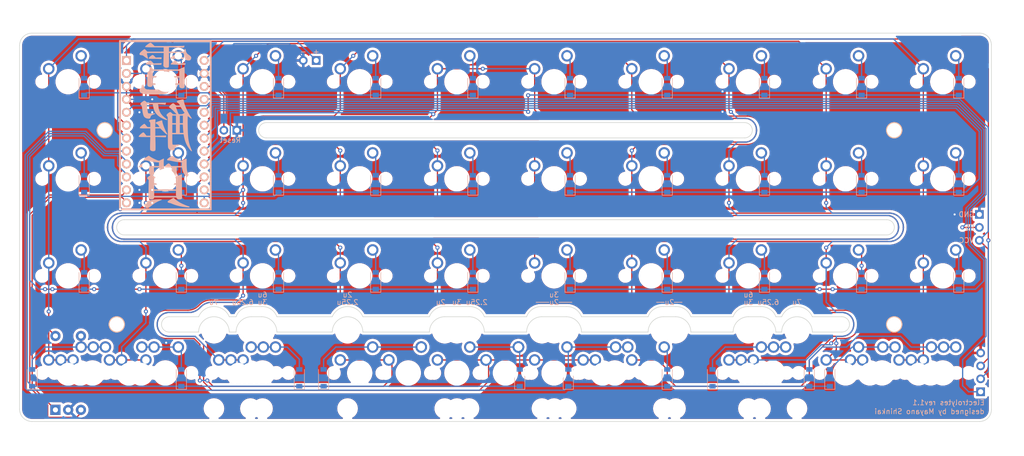
<source format=kicad_pcb>
(kicad_pcb (version 20211014) (generator pcbnew)
  (layers (0 "F.Cu" signal) (31 "B.Cu" signal) (34 "B.Paste" user) (35 "F.Paste" user) (36 "B.SilkS" user "B.Silkscreen") (37 "F.SilkS" user "F.Silkscreen") (38 "B.Mask" user) (39 "F.Mask" user) (44 "Edge.Cuts" user))
  (net 0 "")
  (net 1 "Net-(D1-Pad2)")
  (net 2 "Net-(D2-Pad2)")
  (net 3 "Net-(D3-Pad2)")
  (net 4 "Net-(D4-Pad2)")
  (net 5 "Net-(D10-Pad2)")
  (net 6 "Net-(D11-Pad2)")
  (net 7 "Net-(D12-Pad2)")
  (net 8 "Net-(D13-Pad2)")
  (net 9 "Net-(D14-Pad2)")
  (net 10 "Net-(D20-Pad2)")
  (net 11 "Net-(D21-Pad2)")
  (net 12 "Net-(D22-Pad2)")
  (net 13 "Net-(D23-Pad2)")
  (net 14 "Net-(D24-Pad2)")
  (net 15 "Net-(D30-Pad2)")
  (net 16 "Net-(D31-Pad2)")
  (net 17 "Net-(D32-Pad2)")
  (net 18 "Net-(D33-Pad2)")
  (net 19 "Net-(D34-Pad2)")
  (net 20 "Net-(D40-Pad2)")
  (net 21 "row0")
  (net 22 "Net-(D0-Pad2)")
  (net 23 "row1")
  (net 24 "row2")
  (net 25 "row3")
  (net 26 "row4")
  (net 27 "Net-(D41-Pad2)")
  (net 28 "Net-(D42-Pad2)")
  (net 29 "Net-(D43-Pad2)")
  (net 30 "Net-(D44-Pad2)")
  (net 31 "row5")
  (net 32 "Net-(D50-Pad2)")
  (net 33 "Net-(D51-Pad2)")
  (net 34 "Net-(D52-Pad2)")
  (net 35 "Net-(D53-Pad2)")
  (net 36 "Net-(D54-Pad2)")
  (net 37 "row6")
  (net 38 "Net-(D60-Pad2)")
  (net 39 "Net-(D61-Pad2)")
  (net 40 "Net-(D62-Pad2)")
  (net 41 "Net-(D63-Pad2)")
  (net 42 "Net-(D64-Pad2)")
  (net 43 "row7")
  (net 44 "Net-(D70-Pad2)")
  (net 45 "Net-(D71-Pad2)")
  (net 46 "Net-(D72-Pad2)")
  (net 47 "Net-(D73-Pad2)")
  (net 48 "Net-(D74-Pad2)")
  (net 49 "GND")
  (net 50 "RGB")
  (net 51 "VCC")
  (net 52 "SDA")
  (net 53 "SCL")
  (net 54 "col0")
  (net 55 "col1")
  (net 56 "col2")
  (net 57 "col3")
  (net 58 "col4")
  (net 59 "Net-(R1-Pad2)")
  (net 60 "rotA")
  (net 61 "rotB")
  (net 62 "Net-(J3-Pad1)")
  (footprint "MX_Only:MXOnly-1U-NoLED" (layer "F.Cu") (at 56.91475 93.18575)
    (fp_text reference "MX3-1_0")
    (fp_text value "MX-NoLED")
  )
  (footprint "MX_Only:MXOnly-1U-NoLED" (layer "F.Cu") (at 173.596 93.18575)
    (fp_text reference "MX7-2_5")
    (fp_text value "MX-NoLED")
  )
  (footprint "MX_Only:MXOnly-1U-NoLED" (layer "F.Cu") (at 152.16475 36.03575)
    (fp_text reference "MX4-3")
    (fp_text value "MX-NoLED")
  )
  (footprint "MX_Only:MXOnly-1U-NoLED" (layer "F.Cu") (at 190.26475 55.08575)
    (fp_text reference "MX5-1")
    (fp_text value "MX-NoLED")
  )
  (footprint "MX_Only:MXOnly-1U-NoLED" (layer "F.Cu") (at 37.86475 93.18575)
    (fp_text reference "MX3-0_0")
    (fp_text value "MX-NoLED")
  )
  (footprint "MX_Only:MXOnly-1U-NoLED" (layer "F.Cu") (at 209.31475 55.08575)
    (fp_text reference "MX5-0")
    (fp_text value "MX-NoLED")
  )
  (footprint "MountingHole:MountingHole_2.2mm_M2" (layer "F.Cu") (at 199.78975 83.66075)
    (fp_text reference "H4" hide)
    (fp_text value "MountingHole")
  )
  (footprint "MountingHole:MountingHole_2.2mm_M2" (layer "F.Cu") (at 47.38975 83.66075)
    (fp_text reference "H3" hide)
    (fp_text value "MountingHole")
  )
  (footprint "MX_Only:MXOnly-1U-NoLED" (layer "F.Cu") (at 209.31475 74.13575)
    (fp_text reference "MX6-0")
    (fp_text value "MX-NoLED")
  )
  (footprint "MX_Only:MXOnly-1U-NoLED" (layer "F.Cu") (at 114.06475 36.03575)
    (fp_text reference "MX0-4")
    (fp_text value "MX-NoLED")
  )
  (footprint "MX_Only:MXOnly-1U-NoLED" (layer "F.Cu") (at 95.01475 55.08575)
    (fp_text reference "MX1-3")
    (fp_text value "MX-NoLED")
  )
  (footprint "MountingHole:MountingHole_2.2mm_M2" (layer "F.Cu") (at 45.03375 45.56075)
    (fp_text reference "H1" hide)
    (fp_text value "MountingHole")
  )
  (footprint "MountingHole:MountingHole_2.2mm_M2" (layer "F.Cu") (at 199.78975 45.56075)
    (fp_text reference "H2" hide)
    (fp_text value "MountingHole")
  )
  (footprint "Connector_PinHeader_2.54mm:PinHeader_1x04_P2.54mm_Vertical" (layer "F.Cu") (at 216.7375 96.88575 180)
    (fp_text reference "J2" hide)
    (fp_text value "OLED")
  )
  (footprint "MX_Only:MXOnly-1U-NoLED" (layer "F.Cu") (at 114.06475 74.13575)
    (fp_text reference "MX2-4")
    (fp_text value "MX-NoLED")
  )
  (footprint "MX_Only:MXOnly-1U-NoLED" (layer "F.Cu") (at 209.31475 93.18575)
    (fp_text reference "MX7-0_0")
    (fp_text value "MX-NoLED")
  )
  (footprint "MX_Only:MXOnly-6.25U-ReversedStabilizers-NoLED" (layer "F.Cu") (at 123.58975 93.18575)
    (fp_text reference "MX3-4_4")
    (fp_text value "MX-NoLED")
  )
  (footprint "MX_Only:MXOnly-1U-NoLED" (layer "F.Cu") (at 171.21475 93.18575)
    (fp_text reference "MX7-2_0")
    (fp_text value "MX-NoLED")
  )
  (footprint "MX_Only:MXOnly-1.25U-NoLED" (layer "F.Cu") (at 175.97725 93.18575)
    (fp_text reference "MX7-2_6")
    (fp_text value "MX-NoLED")
  )
  (footprint "MX_Only:MXOnly-1U-NoLED" (layer "F.Cu") (at 133.11475 36.03575)
    (fp_text reference "MX4-4")
    (fp_text value "MX-NoLED")
  )
  (footprint "MX_Only:MXOnly-1U-NoLED" (layer "F.Cu") (at 56.91475 36.03575)
    (fp_text reference "MX0-1")
    (fp_text value "MX-NoLED")
  )
  (footprint "MX_Only:MXOnly-1U-NoLED" (layer "F.Cu") (at 197.4085 93.18575)
    (fp_text reference "MX7-1_6")
    (fp_text value "MX-NoLED")
  )
  (footprint "MX_Only:MXOnly-3U-ReversedStabilizers-NoLED" (layer "F.Cu") (at 152.16475 93.18575)
    (fp_text reference "MX7-3_1")
    (fp_text value "MX-NoLED")
  )
  (footprint "MX_Only:MXOnly-2U-ReversedStabilizers-NoLED" (layer "F.Cu") (at 142.63975 93.18575)
    (fp_text reference "MX7-4_0")
    (fp_text value "MX-NoLED")
  )
  (footprint "MX_Only:MXOnly-1U-NoLED" (layer "F.Cu") (at 75.96475 55.08575)
    (fp_text reference "MX1-2")
    (fp_text value "MX-NoLED")
  )
  (footprint "MX_Only:MXOnly-1U-NoLED" (layer "F.Cu") (at 114.06475 55.08575)
    (fp_text reference "MX1-4")
    (fp_text value "MX-NoLED")
  )
  (footprint "MX_Only:MXOnly-1.25U-NoLED" (layer "F.Cu") (at 40.246 93.18575)
    (fp_text reference "MX3-0_4")
    (fp_text value "MX-NoLED")
  )
  (footprint "MX_Only:MXOnly-1U-NoLED" (layer "F.Cu") (at 49.771 93.18575)
    (fp_text reference "MX3-1_6")
    (fp_text value "MX-NoLED")
  )
  (footprint "MX_Only:MXOnly-1U-NoLED" (layer "F.Cu") (at 95.01475 74.13575)
    (fp_text reference "MX2-3")
    (fp_text value "MX-NoLED")
  )
  (footprint "MX_Only:MXOnly-1U-NoLED" (layer "F.Cu") (at 56.91475 74.13575)
    (fp_text reference "MX2-1")
    (fp_text value "MX-NoLED")
  )
  (footprint "MX_Only:MXOnly-1.25U-NoLED" (layer "F.Cu") (at 206.9335 93.18575)
    (fp_text reference "MX7-0_4")
    (fp_text value "MX-NoLED")
  )
  (footprint "MX_Only:MXOnly-1U-NoLED" (layer "F.Cu") (at 37.86475 55.08575)
    (fp_text reference "MX1-0")
    (fp_text value "MX-NoLED")
  )
  (footprint "Keebio-Parts:ArduinoProMicro" (layer "F.Cu") (at 56.91475 45.83975 -90)
    (fp_text reference "U1" hide)
    (fp_text value "Pro Micro" hide)
  )
  (footprint "MX_Only:MXOnly-1U-NoLED" (layer "F.Cu") (at 152.16475 55.08575)
    (fp_text reference "MX5-3")
    (fp_text value "MX-NoLED")
  )
  (footprint "MX_Only:MXOnly-1U-NoLED" (layer "F.Cu") (at 190.26475 93.18575)
    (fp_text reference "MX7-1_0")
    (fp_text value "MX-NoLED")
  )
  (footprint "MX_Only:MXOnly-1U-NoLED" (layer "F.Cu") (at 190.26475 36.03575)
    (fp_text reference "MX4-1")
    (fp_text value "MX-NoLED")
  )
  (footprint "MX_Only:MXOnly-1.5U-NoLED" (layer "F.Cu") (at 204.55225 93.18575)
    (fp_text reference "MX7-0_3")
    (fp_text value "MX-NoLED")
  )
  (footprint "Connector_PinHeader_2.54mm:PinHeader_1x03_P2.54mm_Vertical" (layer "F.Cu") (at 216.4835 62.08575)
    (fp_text reference "J1" hide)
    (fp_text value "RGB Breakout")
  )
  (footprint "MX_Only:MXOnly-2U-ReversedStabilizers-NoLED" (layer "F.Cu") (at 145.021 93.18575)
    (fp_text reference "MX7-4_5")
    (fp_text value "MX-NoLED")
  )
  (footprint "MX_Only:MXOnly-1U-NoLED" (layer "F.Cu") (at 75.96475 74.13575)
    (fp_text reference "MX2-2")
    (fp_text value "MX-NoLED")
  )
  (footprint "MX_Only:MXOnly-1U-NoLED" (layer "F.Cu") (at 209.31475 36.03575)
    (fp_text reference "MX4-0")
    (fp_text value "MX-NoLED")
  )
  (footprint "MX_Only:MXOnly-1U-NoLED" (layer "F.Cu") (at 37.86475 74.13575)
    (fp_text reference "MX2-0")
    (fp_text value "MX-NoLED")
  )
  (footprint "MX_Only:MXOnly-3U-ReversedStabilizers-NoLED" (layer "F.Cu") (at 95.01475 93.18575)
    (fp_text reference "MX3-3_1")
    (fp_text value "MX-NoLED")
  )
  (footprint "MX_Only:MXOnly-1U-NoLED" (layer "F.Cu") (at 133.11475 55.08575)
    (fp_text reference "MX5-4")
    (fp_text value "MX-NoLED")
  )
  (footprint "MX_Only:MXOnly-1U-NoLED" (layer "F.Cu") (at 75.96475 93.18575)
    (fp_text reference "MX3-2_0")
    (fp_text value "MX-NoLED")
  )
  (footprint "MX_Only:MXOnly-1U-NoLED" (layer "F.Cu") (at 75.96475 36.03575)
    (fp_text reference "MX0-2")
    (fp_text value "MX-NoLED")
  )
  (footprint "Connector_PinHeader_2.54mm:PinHeader_1x02_P2.54mm_Vertical" (layer "F.Cu") (at 70.925 45.56075 -90)
    (fp_text reference "R1" hide)
    (fp_text value "Reset")
  )
  (footprint "MX_Only:MXOnly-1.25U-NoLED" (layer "F.Cu") (at 71.20225 93.18575)
    (fp_text reference "MX3-2_6")
    (fp_text value "MX-NoLED")
  )
  (footprint "MX_Only:MXOnly-1U-NoLED" (layer "F.Cu") (at 56.91475 55.08575)
    (fp_text reference "MX1-1")
    (fp_text value "MX-NoLED")
  )
  (footprint "MX_Only:MXOnly-1U-NoLED" (layer "F.Cu") (at 133.11475 93.18575)
    (fp_text reference "MX7-4_8")
    (fp_text value "MX-NoLED")
  )
  (footprint "MX_Only:MXOnly-6U-Centered-ReversedStabilizers-NoLED" (layer "F.Cu") (at 123.58975 93.18575)
    (fp_text reference "MX3-4_2")
    (fp_text value "MX-NoLED")
  )
  (footprint "MX_Only:MXOnly-1U-NoLED" (layer "F.Cu") (at 171.21475 55.08575)
    (fp_text reference "MX5-2")
    (fp_text value "MX-NoLED")
  )
  (footprint "MX_Only:MXOnly-1U-NoLED" (layer "F.Cu") (at 152.16475 74.13575)
    (fp_text reference "MX6-3")
    (fp_text value "MX-NoLED")
  )
  (footprint "MX_Only:MXOnly-1U-NoLED" (layer "F.Cu") (at 73.5835 93.18575)
    (fp_text reference "MX3-2_5")
    (fp_text value "MX-NoLED")
  )
  (footprint "MX_Only:MXOnly-1U-NoLED" (layer "F.Cu") (at 114.06475 93.18575)
    (fp_text reference "MX3-4_8")
    (fp_text value "MX-NoLED")
  )
  (footprint "MX_Only:MXOnly-2.25U-ReversedStabilizers-NoLED" (layer "F.Cu") (at 104.53975 93.18575)
    (fp_text reference "MX3-3_5")
    (fp_text value "MX-NoLED")
  )
  (footprint "MX_Only:MXOnly-1U-NoLED" (layer "F.Cu") (at 37.86475 36.03575)
    (fp_text reference "MX0-0")
    (fp_text value "MX-NoLED")
  )
  (footprint "MX_Only:MXOnly-1U-NoLED" (layer "F.Cu") (at 171.21475 36.03575)
    (fp_text reference "MX4-2")
    (fp_text value "MX-NoLED")
  )
  (footprint "MX_Only:MXOnly-7U-ReversedStabilizers-NoLED" (layer "F.Cu") (at 123.58975 93.18575)
    (fp_text reference "MX3-4_3")
    (fp_text value "MX-NoLED")
  )
  (footprint "MX_Only:MXOnly-1.25U-NoLED" (layer "F.Cu") (at 52.15225 93.18575)
    (fp_text reference "MX3-1_5")
    (fp_text value "MX-NoLED")
  )
  (footprint "MX_Only:MXOnly-2U-ReversedStabilizers-NoLED" (layer "F.Cu") (at 123.58975 93.18575)
    (fp_text reference "MX3-4_7")
    (fp_text value "MX-NoLED")
  )
  (footprint "MX_Only:MXOnly-2U-ReversedStabilizers-NoLED" (layer "F.Cu") (at 104.53975 93.18575)
    (fp_text reference "MX3-3_0")
    (fp_text value "MX-NoLED")
  )
  (footprint "MX_Only:MXOnly-1U-NoLED" (layer "F.Cu") (at 190.26475 74.13575)
    (fp_text reference "MX6-1")
    (fp_text value "MX-NoLED")
  )
  (footprint "MX_Only:MXOnly-1U-NoLED" (layer "F.Cu") (at 133.11475 74.13575)
    (fp_text reference "MX6-4")
    (fp_text value "MX-NoLED")
  )
  (footprint "Rotary_Encoder:RotaryEncoder_Alps_EC11E-Switch_Vertical_H20mm_No_Mounting" (layer "F.Cu") (at 35.36475 100.43575 90)
    (fp_text reference "SW1" hide)
    (fp_text value "RotaryEncoder_Switch")
  )
  (footprint "MX_Only:MXOnly-1U-NoLED" (layer "F.Cu") (at 171.21475 74.13575)
    (fp_text reference "MX6-2")
    (fp_text value "MX-NoLED")
  )
  (footprint "MX_Only:MXOnly-1U-NoLED" (layer "F.Cu") (at 95.01475 36.03575)
    (fp_text reference "MX0-3")
    (fp_text value "MX-NoLED")
  )
  (footprint "MX_Only:MXOnly-1.25U-NoLED" (layer "F.Cu") (at 195.02725 93.18575)
    (fp_text reference "MX7-1_5")
    (fp_text value "MX-NoLED")
  )
  (footprint "MX_Only:MXOnly-1.5U-NoLED" (layer "F.Cu") (at 42.62725 93.18575)
    (fp_text reference "MX3-0_3")
    (fp_text value "MX-NoLED")
  )
  (footprint "Diode_SMD:D_SOD-123" (layer "B.Cu") (at 60.05 94.15 90)
    (fp_text reference "D31" hide)
    (fp_text value "D_Small")
  )
  (footprint "LOGO" (layer "B.Cu") (at 56.910637 44.55 180)
    (fp_text reference "Ge" hide)
    (fp_text value "LOGO" hide)
  )
  (footprint "Diode_SMD:D_SOD-123" (layer "B.Cu") (at 41 56.05 90)
    (fp_text reference "D10" hide)
    (fp_text value "D_Small")
  )
  (footprint "Diode_SMD:D_SOD-123" (layer "B.Cu") (at 79.1 75.1 90)
    (fp_text reference "D22" hide)
    (fp_text value "D_Small")
  )
  (footprint "Diode_SMD:D_SOD-123" (layer "B.Cu") (at 87.9375 94.15 90)
    (fp_text reference "D33" hide)
    (fp_text value "D_Small")
  )
  (footprint "Diode_SMD:D_SOD-123" (layer "B.Cu") (at 79.1 56.05 90)
    (fp_text reference "D12" hide)
    (fp_text value "D_Small")
  )
  (footprint "Diode_SMD:D_SOD-123" (layer "B.Cu") (at 136.25 75.1 90)
    (fp_text reference "D64" hide)
    (fp_text value "D_Small")
  )
  (footprint "Diode_SMD:D_SOD-123" (layer "B.Cu") (at 164.175 94.15 90)
    (fp_text reference "D72" hide)
    (fp_text value "D_Small")
  )
  (footprint "Diode_SMD:D_SOD-123" (layer "B.Cu") (at 193.4 56.05 90)
    (fp_text reference "D51" hide)
    (fp_text value "D_Small")
  )
  (footprint "Diode_SMD:D_SOD-123" (layer "B.Cu") (at 136.25 37 90)
    (fp_text reference "D44" hide)
    (fp_text value "D_Small")
  )
  (footprint "Diode_SMD:D_SOD-123" (layer "B.Cu") (at 183.15 94.15 90)
    (fp_text reference "D70" hide)
    (fp_text value "D_Small")
  )
  (footprint "Diode_SMD:D_SOD-123" (layer "B.Cu") (at 98.15 75.1 90)
    (fp_text reference "D23" hide)
    (fp_text value "D_Small")
  )
  (footprint "Diode_SMD:D_SOD-123" (layer "B.Cu") (at 117.2 56.05 90)
    (fp_text reference "D14" hide)
    (fp_text value "D_Small")
  )
  (footprint "Diode_SMD:D_SOD-123" (layer "B.Cu") (at 79.1 37 90)
    (fp_text reference "D2" hide)
    (fp_text value "D_Small")
  )
  (footprint "Diode_SMD:D_SOD-123" (layer "B.Cu") (at 117.2 75.1 90)
    (fp_text reference "D24" hide)
    (fp_text value "D_Small")
  )
  (footprint "Diode_SMD:D_SOD-123" (layer "B.Cu") (at 60.05 75.1 90)
    (fp_text reference "D21" hide)
    (fp_text value "D_Small")
  )
  (footprint "Diode_SMD:D_SOD-123" (layer "B.Cu") (at 117.2 37 90)
    (fp_text reference "D4" hide)
    (fp_text value "D_Small")
  )
  (footprint "Diode_SMD:D_SOD-123" (layer "B.Cu") (at 155.3 56.05 90)
    (fp_text reference "D53" hide)
    (fp_text value "D_Small")
  )
  (footprint "Diode_SMD:D_SOD-123" (layer "B.Cu") (at 174.35 75.1 90)
    (fp_text reference "D62" hide)
    (fp_text value "D_Small")
  )
  (footprint "Diode_SMD:D_SOD-123" (layer "B.Cu") (at 41 75.1 90)
    (fp_text reference "D20" hide)
    (fp_text value "D_Small")
  )
  (footprint "Diode_SMD:D_SOD-123" (layer "B.Cu") (at 187.175 94.15 90)
    (fp_text reference "D71" hide)
    (fp_text value "D_Small")
  )
  (footprint "Diode_SMD:D_SOD-123" (layer "B.Cu") (at 174.35 37 90)
    (fp_text reference "D42" hide)
    (fp_text value "D_Small")
  )
  (footprint "Diode_SMD:D_SOD-123" (layer "B.Cu") (at 155.3 37 90)
    (fp_text reference "D43" hide)
    (fp_text value "D_Small")
  )
  (footprint "Diode_SMD:D_SOD-123" (layer "B.Cu") (at 98.15 37 90)
    (fp_text reference "D3" hide)
    (fp_text value "D_Small")
  )
  (footprint "Diode_SMD:D_SOD-123" (layer "B.Cu") (at 30.8 94.15 90)
    (fp_text reference "D30" hide)
    (fp_text value "D_Small")
  )
  (footprint "Diode_SMD:D_SOD-123" (layer "B.Cu") (at 60.05 56.05 90)
    (fp_text reference "D11" hide)
    (fp_text value "D_Small")
  )
  (footprint "Diode_SMD:D_SOD-123" (layer "B.Cu") (at 174.35 56.05 90)
    (fp_text reference "D52" hide)
    (fp_text value "D_Small")
  )
  (footprint "Diode_SMD:D_SOD-123" (layer "B.Cu") (at 155.3 94.15 90)
    (fp_text reference "D73" hide)
    (fp_text value "D_Small")
  )
  (footprint "Diode_SMD:D_SOD-123" (layer "B.Cu") (at 126.38 94.15 90)
    (fp_text reference "D34" hide)
    (fp_text value "D_Small")
  )
  (footprint "Diode_SMD:D_SOD-123" (layer "B.Cu") (at 83.175 94.15 90)
    (fp_text reference "D32" hide)
    (fp_text value "D_Small")
  )
  (footprint "Diode_SMD:D_SOD-123" (layer "B.Cu") (at 60.05 37 90)
    (fp_text reference "D1" hide)
    (fp_text value "D_Small")
  )
  (footprint "Diode_SMD:D_SOD-123" (layer "B.Cu") (at 193.4 75.1 90)
    (fp_text reference "D61" hide)
    (fp_text value "D_Small")
  )
  (footprint "Diode_SMD:D_SOD-123" (layer "B.Cu") (at 212.45 75.1 90)
    (fp_text reference "D60" hide)
    (fp_text value "D_Small")
  )
  (footprint "Diode_SMD:D_SOD-123" (layer "B.Cu") (at 212.45 37 90)
    (fp_text reference "D40" hide)
    (fp_text value "D_Small")
  )
  (footprint "Diode_SMD:D_SOD-123" (layer "B.Cu") (at 155.3 75.1 90)
    (fp_text reference "D63" hide)
    (fp_text value "D_Small")
  )
  (footprint "Diode_SMD:D_SOD-123" (layer "B.Cu") (at 136.25 56.05 90)
    (fp_text reference "D54" hide)
    (fp_text value "D_Small")
  )
  (footprint "Diode_SMD:D_SOD-123" (layer "B.Cu") (at 98.15 56.05 90)
    (fp_text reference "D13" hide)
    (fp_text value "D_Small")
  )
  (footprint "Diode_SMD:D_SOD-123" (layer "B.Cu") (at 212.45 56.05 90)
    (fp_text reference "D50" hide)
    (fp_text value "D_Small")
  )
  (footprint "Diode_SMD:D_SOD-123" (layer "B.Cu") (at 193.4 37 90)
    (fp_text reference "D41" hide)
    (fp_text value "D_Small")
  )
  (footprint "Connector_PinHeader_2.54mm:PinHeader_1x02_P2.54mm_Vertical" (layer "B.Cu") (at 86.48975 31.86975 90)
    (fp_text reference "J3" hide)
    (fp_text value "Battery")
  )
  (footprint "Diode_SMD:D_SOD-123" (layer "B.Cu") (at 41 37 90)
    (fp_text reference "D0" hide)
    (fp_text value "D_Small")
  )
  (footprint "Diode_SMD:D_SOD-123" (layer "B.Cu") (at 135.908704 94.15 90)
    (fp_text reference "D74" hide)
    (fp_text value "D_Small")
  )
  (gr_line (start 158.2 79.32) (end 156.7 79.32) (layer "B.SilkS") (width 0.15))
  (gr_circle (center 45.03375 45.56075) (end 46.53375 45.56075) (layer "B.SilkS") (width 0.15) (fill none))
  (gr_line (start 153.2 79.32) (end 154.7 79.32) (layer "B.SilkS") (width 0.15))
  (gr_circle (center 199.78975 83.66075) (end 201.28975 83.66075) (layer "B.SilkS") (width 0.15) (fill none))
  (gr_line (start 134.1 79.32) (end 136.6 79.32) (layer "B.SilkS") (width 0.15))
  (gr_circle (center 47.38975 83.66075) (end 48.88975 83.66075) (layer "B.SilkS") (width 0.15) (fill none))
  (gr_line (start 132.1 79.32) (end 129.6 79.32) (layer "B.SilkS") (width 0.15))
  (gr_circle (center 199.78975 45.56075) (end 201.28975 45.56075) (layer "B.SilkS") (width 0.15) (fill none))
  (gr_circle (center 199.78975 83.66075) (end 201.28975 83.66075) (layer "F.SilkS") (width 0.15) (fill none))
  (gr_circle (center 47.38975 83.66075) (end 48.88975 83.66075) (layer "F.SilkS") (width 0.15) (fill none))
  (gr_circle (center 45.03375 45.56075) (end 46.53375 45.56075) (layer "F.SilkS") (width 0.15) (fill none))
  (gr_circle (center 199.78975 45.56075) (end 201.28975 45.56075) (layer "F.SilkS") (width 0.15) (fill none))
  (gr_line (start 28.34 28.921) (end 28.34 100.295) (layer "Edge.Cuts") (width 0.12))
  (gr_line (start 30.753 102.708) (end 216.554 102.708) (layer "Edge.Cuts") (width 0.12))
  (gr_line (start 218.84 100.422) (end 218.84 28.794) (layer "Edge.Cuts") (width 0.12))
  (gr_line (start 216.554 26.508) (end 30.753 26.508) (layer "Edge.Cuts") (width 0.12))
  (gr_line (start 130.7335 82.16075) (end 135.496 82.16075) (layer "Edge.Cuts") (width 0.12))
  (gr_arc (start 48.87475 66.11075) (mid 47.37475 64.61075) (end 48.87475 63.11075) (layer "Edge.Cuts") (width 0.12))
  (gr_arc (start 151.546 82.16075) (mid 152.717925 80.667483) (end 154.546 80.156215) (layer "Edge.Cuts") (width 0.12))
  (gr_arc (start 28.34 28.921) (mid 29.046752 27.214752) (end 30.753 26.508) (layer "Edge.Cuts") (width 0.12))
  (gr_arc (start 70.7773 82.16075) (mid 71.949225 80.667483) (end 73.7773 80.156215) (layer "Edge.Cuts") (width 0.12))
  (gr_arc (start 70.7773 85.16075) (mid 71.65598 83.03943) (end 73.7773 82.16075) (layer "Edge.Cuts") (width 0.12))
  (gr_line (start 154.546 80.156215) (end 156.92725 80.156215) (layer "Edge.Cuts") (width 0.12))
  (gr_arc (start 135.496 82.16075) (mid 137.61732 83.03943) (end 138.496 85.16075) (layer "Edge.Cuts") (width 0.12))
  (gr_line (start 48.87475 66.11075) (end 198.30475 66.11075) (layer "Edge.Cuts") (width 0.12))
  (gr_line (start 119.446 85.16075) (end 127.7335 85.16075) (layer "Edge.Cuts") (width 0.12))
  (gr_arc (start 116.446 80.156215) (mid 118.274076 80.667482) (end 119.446 82.16075) (layer "Edge.Cuts") (width 0.12))
  (gr_line (start 168.21475 82.16075) (end 159.92725 82.16075) (layer "Edge.Cuts") (width 0.12))
  (gr_arc (start 189.51475 82.16075) (mid 191.01475 83.66075) (end 189.51475 85.16075) (layer "Edge.Cuts") (width 0.12))
  (gr_arc (start 63.43975 85.16075) (mid 66.43975 82.16075) (end 69.43975 85.16075) (layer "Edge.Cuts") (width 0.12))
  (gr_arc (start 76.71475 47.06075) (mid 75.21475 45.56075) (end 76.71475 44.06075) (layer "Edge.Cuts") (width 0.12))
  (gr_arc (start 57.66475 85.16075) (mid 56.16475 83.66075) (end 57.66475 82.16075) (layer "Edge.Cuts") (width 0.12))
  (gr_line (start 198.30475 63.11075) (end 48.87475 63.11075) (layer "Edge.Cuts") (width 0.12))
  (gr_arc (start 89.6335 85.16075) (mid 92.6335 82.16075) (end 95.6335 85.16075) (layer "Edge.Cuts") (width 0.12))
  (gr_line (start 73.7773 80.156215) (end 75.7773 80.156215) (layer "Edge.Cuts") (width 0.12))
  (gr_arc (start 108.6835 85.16075) (mid 109.56218 83.03943) (end 111.6835 82.16075) (layer "Edge.Cuts") (width 0.12))
  (gr_arc (start 170.46475 44.06075) (mid 171.96475 45.56075) (end 170.46475 47.06075) (layer "Edge.Cuts") (width 0.12))
  (gr_line (start 171.21475 80.156215) (end 173.596 80.156215) (layer "Edge.Cuts") (width 0.12))
  (gr_arc (start 156.92725 82.16075) (mid 159.04857 83.03943) (end 159.92725 85.16075) (layer "Edge.Cuts") (width 0.12))
  (gr_line (start 130.7335 80.156215) (end 135.496 80.156215) (layer "Edge.Cuts") (width 0.12))
  (gr_line (start 183.73975 82.16075) (end 189.51475 82.16075) (layer "Edge.Cuts") (width 0.12))
  (gr_arc (start 116.446 82.16075) (mid 118.56732 83.03943) (end 119.446 85.16075) (layer "Edge.Cuts") (width 0.12))
  (gr_line (start 111.6835 82.16075) (end 116.446 82.16075) (layer "Edge.Cuts") (width 0.12))
  (gr_line (start 57.66475 82.16075) (end 63.43975 82.16075) (layer "Edge.Cuts") (width 0.12))
  (gr_line (start 171.21475 82.16075) (end 173.58965 82.16075) (layer "Edge.Cuts") (width 0.12))
  (gr_arc (start 135.496 80.156215) (mid 137.324076 80.667482) (end 138.496 82.16075) (layer "Edge.Cuts") (width 0.12))
  (gr_line (start 159.92725 85.16075) (end 168.21475 85.16075) (layer "Edge.Cuts") (width 0.12))
  (gr_line (start 154.546 82.16075) (end 156.92725 82.16075) (layer "Edge.Cuts") (width 0.12))
  (gr_line (start 111.6835 80.156215) (end 116.446 80.156215) (layer "Edge.Cuts") (width 0.12))
  (gr_arc (start 216.554 26.508) (mid 218.170446 27.177554) (end 218.84 28.794) (layer "Edge.Cuts") (width 0.12))
  (gr_arc (start 89.6335 82.16075) (mid 92.6335 80.156215) (end 95.6335 82.16075) (layer "Edge.Cuts") (width 0.12))
  (gr_arc (start 151.546 85.16075) (mid 152.42468 83.03943) (end 154.546 82.16075) (layer "Edge.Cuts") (width 0.12))
  (gr_line (start 127.7335 82.16075) (end 119.446 82.16075) (layer "Edge.Cuts") (width 0.12))
  (gr_arc (start 127.7335 82.16075) (mid 128.905425 80.667483) (end 130.7335 80.156215) (layer "Edge.Cuts") (width 0.12))
  (gr_arc (start 168.21475 85.16075) (mid 169.09343 83.03943) (end 171.21475 82.16075) (layer "Edge.Cuts") (width 0.12))
  (gr_line (start 108.6835 82.16075) (end 95.6335 82.16075) (layer "Edge.Cuts") (width 0.12))
  (gr_arc (start 168.21475 82.16075) (mid 169.386675 80.667483) (end 171.21475 80.156215) (layer "Edge.Cuts") (width 0.12))
  (gr_arc (start 173.58965 82.16075) (mid 175.71097 83.03943) (end 176.58965 85.16075) (layer "Edge.Cuts") (width 0.12))
  (gr_line (start 78.7773 85.16075) (end 89.6335 85.16075) (layer "Edge.Cuts") (width 0.12))
  (gr_line (start 57.66475 85.16075) (end 63.43975 85.16075) (layer "Edge.Cuts") (width 0.12))
  (gr_arc (start 63.43975 82.16075) (mid 66.43975 80.156215) (end 69.43975 82.16075) (layer "Edge.Cuts") (width 0.12))
  (gr_line (start 69.43975 82.16075) (end 70.7773 82.16075) (layer "Edge.Cuts") (width 0.12))
  (gr_arc (start 177.73975 82.16075) (mid 180.73975 80.156215) (end 183.73975 82.16075) (layer "Edge.Cuts") (width 0.12))
  (gr_line (start 89.6335 82.16075) (end 78.7773 82.16075) (layer "Edge.Cuts") (width 0.12))
  (gr_line (start 108.6835 85.16075) (end 95.6335 85.16075) (layer "Edge.Cuts") (width 0.12))
  (gr_arc (start 75.7773 82.16075) (mid 77.89862 83.03943) (end 78.7773 85.16075) (layer "Edge.Cuts") (width 0.12))
  (gr_line (start 76.71475 44.06075) (end 170.46475 44.06075) (layer "Edge.Cuts") (width 0.12))
  (gr_arc (start 127.7335 85.16075) (mid 128.61218 83.03943) (end 130.7335 82.16075) (layer "Edge.Cuts") (width 0.12))
  (gr_arc (start 108.6835 82.16075) (mid 109.855425 80.667483) (end 111.6835 80.156215) (layer "Edge.Cuts") (width 0.12))
  (gr_line (start 176.596 82.16075) (end 177.73975 82.16075) (layer "Edge.Cuts") (width 0.12))
  (gr_line (start 177.73975 85.16075) (end 176.58965 85.16075) (layer "Edge.Cuts") (width 0.12))
  (gr_arc (start 198.30475 63.11075) (mid 199.80475 64.61075) (end 198.30475 66.11075) (layer "Edge.Cuts") (width 0.12))
  (gr_arc (start 173.596 80.156215) (mid 175.424076 80.667482) (end 176.596 82.16075) (layer "Edge.Cuts") (width 0.12))
  (gr_line (start 138.496 82.16075) (end 151.546 82.16075) (layer "Edge.Cuts") (width 0.12))
  (gr_arc (start 156.92725 80.156215) (mid 158.755326 80.667482) (end 159.92725 82.16075) (layer "Edge.Cuts") (width 0.12))
  (gr_arc (start 75.7773 80.156215) (mid 77.605376 80.667482) (end 78.7773 82.16075) (layer "Edge.Cuts") (width 0.12))
  (gr_line (start 76.71475 47.06075) (end 170.46475 47.06075) (layer "Edge.Cuts") (width 0.12))
  (gr_line (start 73.7773 82.16075) (end 75.7773 82.16075) (layer "Edge.Cuts") (width 0.12))
  (gr_line (start 183.73975 85.16075) (end 189.51475 85.16075) (layer "Edge.Cuts") (width 0.12))
  (gr_arc (start 218.84 100.422) (mid 218.170446 102.038446) (end 216.554 102.708) (layer "Edge.Cuts") (width 0.12))
  (gr_line (start 69.43975 85.16075) (end 70.7773 85.16075) (layer "Edge.Cuts") (width 0.12))
  (gr_line (start 138.496 85.16075) (end 151.546 85.16075) (layer "Edge.Cuts") (width 0.12))
  (gr_arc (start 30.753 102.708) (mid 29.046752 102.001248) (end 28.34 100.295) (layer "Edge.Cuts") (width 0.12))
  (gr_arc (start 177.73975 85.16075) (mid 180.73975 82.16075) (end 183.73975 85.16075) (layer "Edge.Cuts") (width 0.12))
  (gr_text "-" (at 83.94975 30.11975) (layer "B.SilkS") (effects (font (size 1 1)) (justify mirror)))
  (gr_text "designed by Mayano Shinkai" (at 206.7 100.75) (layer "B.SilkS") (effects (font (size 1 1)) (justify mirror)))
  (gr_text "6.25u" (at 175.08965 79.32) (layer "B.SilkS") (effects (font (size 1 1)) (justify mirror)))
  (gr_text "GND" (at 213.95 62.08575) (layer "B.SilkS") (effects (font (size 1 1)) (justify mirror)))
  (gr_text "2u" (at 133.11475 79.32) (layer "B.SilkS") (effects (font (size 1 1)) (justify mirror)))
  (gr_text "2u" (at 155.736625 79.32) (layer "B.SilkS") (effects (font (size 1 1)) (justify mirror)))
  (gr_text "3u" (at 114.06475 79.32) (layer "B.SilkS") (effects (font (size 1 1)) (justify mirror)))
  (gr_text "2.25u" (at 92.6335 79.32) (layer "B.SilkS") (effects (font (size 1 1)) (justify mirror)))
  (gr_text "Electrolytes rev1.1" (at 210.425 99) (layer "B.SilkS") (effects (font (size 1 1)) (justify mirror)))
  (gr_text "2u" (at 92.6335 77.85) (layer "B.SilkS") (effects (font (size 1 1)) (justify mirror)))
  (gr_text "7u" (at 180.73975 79.32) (layer "B.SilkS") (effects (font (size 1 1)) (justify mirror)))
  (gr_text "6u" (at 171.21475 77.85) (layer "B.SilkS") (effects (font (size 1 1)) (justify mirror)))
  (gr_text "Reset" (at 69.655 47.5) (layer "B.SilkS") (effects (font (size 1 1)) (justify mirror)))
  (gr_text "3u" (at 133.11475 77.85) (layer "B.SilkS") (effects (font (size 1 1)) (justify mirror)))
  (gr_text "6u" (at 75.96475 77.85) (layer "B.SilkS") (effects (font (size 1 1)) (justify mirror)))
  (gr_text "F5" (at 214.6 64.62575) (layer "B.SilkS") (effects (font (size 1 1)) (justify mirror)))
  (gr_text "2.25u" (at 117.946 79.32) (layer "B.SilkS") (effects (font (size 1 1)) (justify mirror)))
  (gr_text "2u" (at 110.9 79.32) (layer "B.SilkS") (effects (font (size 1 1)) (justify mirror)))
  (gr_text "VCC" (at 213.95 67.16575) (layer "B.SilkS") (effects (font (size 1 1)) (justify mirror)))
  (gr_text "3u" (at 171.21475 79.32) (layer "B.SilkS") (effects (font (size 1 1)) (justify mirror)))
  (gr_text "6.25u" (at 72.08985 79.32) (layer "B.SilkS") (effects (font (size 1 1)) (justify mirror)))
  (gr_text "3u" (at 75.96475 79.32) (layer "B.SilkS") (effects (font (size 1 1)) (justify mirror)))
  (gr_text "+" (at 86.48975 30.11975) (layer "B.SilkS") (effects (font (size 1 1)) (justify mirror)))
  (gr_text "7u" (at 66.43975 79.32) (layer "B.SilkS") (effects (font (size 1 1)) (justify mirror)))
  (segment (start 60.05 31.551) (end 59.45475 30.95575) (width 0.25) (layer "B.Cu") (net 1))
  (segment (start 60.05 35.35) (end 60.05 31.551) (width 0.25) (layer "B.Cu") (net 1))
  (segment (start 79.1 31.551) (end 78.50475 30.95575) (width 0.25) (layer "B.Cu") (net 2))
  (segment (start 79.1 35.35) (end 79.1 31.551) (width 0.25) (layer "B.Cu") (net 2))
  (segment (start 98.15 35.35) (end 98.15 31.551) (width 0.25) (layer "B.Cu") (net 3))
  (segment (start 98.15 31.551) (end 97.55475 30.95575) (width 0.25) (layer "B.Cu") (net 3))
  (segment (start 117.2 35.35) (end 117.2 31.551) (width 0.25) (layer "B.Cu") (net 4))
  (segment (start 117.2 31.551) (end 116.60475 30.95575) (width 0.25) (layer "B.Cu") (net 4))
  (segment (start 41 54.4) (end 41 50.601) (width 0.25) (layer "B.Cu") (net 5))
  (segment (start 41 50.601) (end 40.40475 50.00575) (width 0.25) (layer "B.Cu") (net 5))
  (segment (start 60.05 50.601) (end 59.45475 50.00575) (width 0.25) (layer "B.Cu") (net 6))
  (segment (start 60.05 54.4) (end 60.05 50.601) (width 0.25) (layer "B.Cu") (net 6))
  (segment (start 79.1 50.601) (end 78.50475 50.00575) (width 0.25) (layer "B.Cu") (net 7))
  (segment (start 79.1 54.4) (end 79.1 50.601) (width 0.25) (layer "B.Cu") (net 7))
  (segment (start 98.15 50.601) (end 97.55475 50.00575) (width 0.25) (layer "B.Cu") (net 8))
  (segment (start 98.15 54.4) (end 98.15 50.601) (width 0.25) (layer "B.Cu") (net 8))
  (segment (start 117.2 54.4) (end 117.2 50.601) (width 0.25) (layer "B.Cu") (net 9))
  (segment (start 117.2 50.601) (end 116.60475 50.00575) (width 0.25) (layer "B.Cu") (net 9))
  (segment (start 41 73.45) (end 41 69.651) (width 0.25) (layer "B.Cu") (net 10))
  (segment (start 41 69.651) (end 40.40475 69.05575) (width 0.25) (layer "B.Cu") (net 10))
  (segment (start 60.05 69.651) (end 59.45475 69.05575) (width 0.25) (layer "F.Cu") (net 11))
  (segment (start 60.05 72.15) (end 60.05 69.651) (width 0.25) (layer "F.Cu") (net 11))
  (via (at 60.05 72.15) (size 0.8) (drill 0.4) (layers "F.Cu" "B.Cu") (net 11))
  (segment (start 60.05 72.15) (end 60.05 73.45) (width 0.25) (layer "B.Cu") (net 11))
  (segment (start 79.1 69.651) (end 78.50475 69.05575) (width 0.25) (layer "B.Cu") (net 12))
  (segment (start 79.1 73.45) (end 79.1 69.651) (width 0.25) (layer "B.Cu") (net 12))
  (segment (start 98.15 73.45) (end 98.15 69.651) (width 0.25) (layer "B.Cu") (net 13))
  (segment (start 98.15 69.651) (end 97.55475 69.05575) (width 0.25) (layer "B.Cu") (net 13))
  (segment (start 117.2 69.651) (end 116.60475 69.05575) (width 0.25) (layer "B.Cu") (net 14))
  (segment (start 117.2 73.45) (end 117.2 69.651) (width 0.25) (layer "B.Cu") (net 14))
  (segment (start 40.40475 88.10575) (end 40.40475 85.97575) (width 0.25) (layer "B.Cu") (net 15))
  (segment (start 33.93075 88.10575) (end 40.40475 88.10575) (width 0.25) (layer "B.Cu") (net 15))
  (segment (start 45.16725 88.10575) (end 40.40475 88.10575) (width 0.25) (layer "B.Cu") (net 15))
  (segment (start 33.29425 88.10575) (end 30.8 90.6) (width 0.25) (layer "B.Cu") (net 15))
  (segment (start 33.93075 88.10575) (end 33.29425 88.10575) (width 0.25) (layer "B.Cu") (net 15))
  (segment (start 40.40475 85.97575) (end 40.36475 85.93575) (width 0.25) (layer "B.Cu") (net 15))
  (segment (start 30.8 92.5) (end 30.8 90.6) (width 0.25) (layer "B.Cu") (net 15))
  (segment (start 60.05 88.701) (end 59.45475 88.10575) (width 0.25) (layer "B.Cu") (net 16))
  (segment (start 60.05 92.5) (end 60.05 88.701) (width 0.25) (layer "B.Cu") (net 16))
  (segment (start 52.311 88.10575) (end 59.45475 88.10575) (width 0.25) (layer "B.Cu") (net 16))
  (segment (start 83.175 90.5) (end 80.78075 88.10575) (width 0.25) (layer "B.Cu") (net 17))
  (segment (start 83.175 92.5) (end 83.175 90.5) (width 0.25) (layer "B.Cu") (net 17))
  (segment (start 80.78075 88.10575) (end 78.50475 88.10575) (width 0.25) (layer "B.Cu") (net 17))
  (segment (start 73.74225 88.10575) (end 78.50475 88.10575) (width 0.25) (layer "B.Cu") (net 17))
  (segment (start 90.33175 88.10575) (end 87.9375 90.5) (width 0.25) (layer "B.Cu") (net 18))
  (segment (start 87.9375 92.5) (end 87.9375 90.5) (width 0.25) (layer "B.Cu") (net 18))
  (segment (start 97.55475 88.10575) (end 107.07975 88.10575) (width 0.25) (layer "B.Cu") (net 18))
  (segment (start 97.55475 88.10575) (end 90.33175 88.10575) (width 0.25) (layer "B.Cu") (net 18))
  (segment (start 116.60475 88.10575) (end 126.12975 88.10575) (width 0.25) (layer "B.Cu") (net 19))
  (segment (start 126.38 88.356) (end 126.12975 88.10575) (width 0.25) (layer "B.Cu") (net 19))
  (segment (start 126.38 92.5) (end 126.38 88.356) (width 0.25) (layer "B.Cu") (net 19))
  (segment (start 212.45 31.551) (end 211.85475 30.95575) (width 0.25) (layer "B.Cu") (net 20))
  (segment (start 212.45 35.35) (end 212.45 31.551) (width 0.25) (layer "B.Cu") (net 20))
  (segment (start 65.25 38.22) (end 60.48 38.22) (width 0.25) (layer "B.Cu") (net 21))
  (segment (start 55.45 38.22) (end 55.88 38.65) (width 0.25) (layer "B.Cu") (net 21))
  (segment (start 41.43 38.22) (end 47.605 38.22) (width 0.25) (layer "B.Cu") (net 21))
  (segment (start 47.58 39.67) (end 47.58 44.695) (width 0.25) (layer "B.Cu") (net 21))
  (segment (start 47.605 38.22) (end 55.45 38.22) (width 0.25) (layer "B.Cu") (net 21))
  (segment (start 49.29475 47.10975) (end 47.58 45.395) (width 0.25) (layer "B.Cu") (net 21))
  (segment (start 47.58 45.395) (end 47.58 44.695) (width 0.25) (layer "B.Cu") (net 21))
  (segment (start 79.1 38.65) (end 65.68 38.65) (width 0.25) (layer "B.Cu") (net 21))
  (segment (start 60.48 38.22) (end 60.05 38.65) (width 0.25) (layer "B.Cu") (net 21))
  (segment (start 65.68 38.65) (end 65.25 38.22) (width 0.25) (layer "B.Cu") (net 21))
  (segment (start 47.58 38.22) (end 47.58 39.67) (width 0.25) (layer "B.Cu") (net 21))
  (segment (start 79.1 38.65) (end 117.2 38.65) (width 0.25) (layer "B.Cu") (net 21))
  (segment (start 55.88 38.65) (end 60.05 38.65) (width 0.25) (layer "B.Cu") (net 21))
  (segment (start 41 38.65) (end 41.43 38.22) (width 0.25) (layer "B.Cu") (net 21))
  (segment (start 41 35.35) (end 41 31.551) (width 0.25) (layer "B.Cu") (net 22))
  (segment (start 41 31.551) (end 40.40475 30.95575) (width 0.25) (layer "B.Cu") (net 22))
  (segment (start 64.505 58.53) (end 60.89 58.53) (width 0.25) (layer "B.Cu") (net 23))
  (segment (start 78.27 58.53) (end 64.505 58.53) (width 0.25) (layer "B.Cu") (net 23))
  (segment (start 59.22 58.53) (end 60.05 57.7) (width 0.25) (layer "B.Cu") (net 23))
  (segment (start 79.1 57.7) (end 117.2 57.7) (width 0.25) (layer "B.Cu") (net 23))
  (segment (start 64.53475 58.55975) (end 64.505 58.53) (width 0.25) (layer "B.Cu") (net 23))
  (segment (start 79.1 57.7) (end 78.27 58.53) (width 0.25) (layer "B.Cu") (net 23))
  (segment (start 41.83 58.53) (end 59.22 58.53) (width 0.25) (layer "B.Cu") (net 23))
  (segment (start 64.53475 59.80975) (end 64.53475 58.55975) (width 0.25) (layer "B.Cu") (net 23))
  (segment (start 41 57.7) (end 41.83 58.53) (width 0.25) (layer "B.Cu") (net 23))
  (segment (start 60.06 57.7) (end 60.05 57.7) (width 0.25) (layer "B.Cu") (net 23))
  (segment (start 60.89 58.53) (end 60.06 57.7) (width 0.25) (layer "B.Cu") (net 23))
  (segment (start 34.77925 76.75) (end 33.33025 76.75) (width 0.25) (layer "F.Cu") (net 24))
  (segment (start 42.94475 76.75) (end 51.83475 76.75) (width 0.25) (layer "F.Cu") (net 24))
  (via (at 33.33025 76.75) (size 0.8) (drill 0.4) (layers "F.Cu" "B.Cu") (net 24))
  (via (at 51.83475 76.75) (size 0.8) (drill 0.4) (layers "F.Cu" "B.Cu") (net 24))
  (via (at 34.77925 76.75) (size 0.8) (drill 0.4) (layers "F.Cu" "B.Cu") (net 24))
  (via (at 42.94475 76.75) (size 0.8) (drill 0.4) (layers "F.Cu" "B.Cu") (net 24))
  (segment (start 32.08846 76.75) (end 33.33025 76.75) (width 0.25) (layer "B.Cu") (net 24))
  (segment (start 30.325009 74.986549) (end 32.08846 76.75) (width 0.25) (layer "B.Cu") (net 24))
  (segment (start 41 76.75) (end 43.1 76.75) (width 0.25) (layer "B.Cu") (net 24))
  (segment (start 44.827355 50.54879) (end 40.952604 46.67404) (width 0.25) (layer "B.Cu") (net 24))
  (segment (start 47.588072 50.54879) (end 44.827355 50.54879) (width 0.25) (layer "B.Cu") (net 24))
  (segment (start 51.9 76.75) (end 117.2 76.75) (width 0.25) (layer "B.Cu") (net 24))
  (segment (start 30.325009 50.771427) (end 30.325009 74.986549) (width 0.25) (layer "B.Cu") (net 24))
  (segment (start 49.29475 54.16975) (end 47.588072 52.463072) (width 0.25) (layer "B.Cu") (net 24))
  (segment (start 41 76.75) (end 34.77925 76.75) (width 0.25) (layer "B.Cu") (net 24))
  (segment (start 47.588072 52.463072) (end 47.588072 50.54879) (width 0.25) (layer "B.Cu") (net 24))
  (segment (start 49.29475 54.72975) (end 49.29475 54.16975) (width 0.25) (layer "B.Cu") (net 24))
  (segment (start 34.422396 46.67404) (end 30.325009 50.771427) (width 0.25) (layer "B.Cu") (net 24))
  (segment (start 40.952604 46.67404) (end 34.422396 46.67404) (width 0.25) (layer "B.Cu") (net 24))
  (segment (start 49.29475 51.61975) (end 47.77427 50.09927) (width 0.25) (layer "B.Cu") (net 25))
  (segment (start 49.29475 52.18975) (end 49.29475 51.61975) (width 0.25) (layer "B.Cu") (net 25))
  (segment (start 29.875489 94.875489) (end 30.8 95.8) (width 0.25) (layer "B.Cu") (net 25))
  (segment (start 29.875489 50.585229) (end 29.875489 94.875489) (width 0.25) (layer "B.Cu") (net 25))
  (segment (start 41.138802 46.22452) (end 34.236198 46.22452) (width 0.25) (layer "B.Cu") (net 25))
  (segment (start 126.38 95.8) (end 60.05 95.8) (width 0.25) (layer "B.Cu") (net 25))
  (segment (start 30.8 95.8) (end 60.05 95.8) (width 0.25) (layer "B.Cu") (net 25))
  (segment (start 45.013552 50.09927) (end 41.138802 46.22452) (width 0.25) (layer "B.Cu") (net 25))
  (segment (start 34.236198 46.22452) (end 29.875489 50.585229) (width 0.25) (layer "B.Cu") (net 25))
  (segment (start 47.77427 50.09927) (end 45.013552 50.09927) (width 0.25) (layer "B.Cu") (net 25))
  (segment (start 128.03475 38.700011) (end 128.03475 41.947091) (width 0.25) (layer "F.Cu") (net 26))
  (via (at 128.03475 38.700011) (size 0.8) (drill 0.4) (layers "F.Cu" "B.Cu") (net 26))
  (via (at 128.03475 41.947091) (size 0.8) (drill 0.4) (layers "F.Cu" "B.Cu") (net 26))
  (segment (start 136.25 38.65) (end 128.084761 38.65) (width 0.25) (layer "B.Cu") (net 26))
  (segment (start 67.127889 41.672111) (end 67.120109 41.679891) (width 0.25) (layer "B.Cu") (net 26))
  (segment (start 67.120109 41.679891) (end 67.120109 47.064391) (width 0.25) (layer "B.Cu") (net 26))
  (segment (start 128.03475 41.947091) (end 127.75977 41.672111) (width 0.25) (layer "B.Cu") (net 26))
  (segment (start 128.084761 38.65) (end 128.03475 38.700011) (width 0.25) (layer "B.Cu") (net 26))
  (segment (start 127.75977 41.672111) (end 67.762111 41.672111) (width 0.25) (layer "B.Cu") (net 26))
  (segment (start 67.762111 41.672111) (end 67.127889 41.672111) (width 0.25) (layer "B.Cu") (net 26))
  (segment (start 67.120109 47.064391) (end 64.53475 49.64975) (width 0.25) (layer "B.Cu") (net 26))
  (segment (start 136.25 38.65) (end 212.45 38.65) (width 0.25) (layer "B.Cu") (net 26))
  (segment (start 193.4 35.35) (end 193.4 31.551) (width 0.25) (layer "B.Cu") (net 27))
  (segment (start 193.4 31.551) (end 192.80475 30.95575) (width 0.25) (layer "B.Cu") (net 27))
  (segment (start 174.35 31.551) (end 173.75475 30.95575) (width 0.25) (layer "B.Cu") (net 28))
  (segment (start 174.35 35.35) (end 174.35 31.551) (width 0.25) (layer "B.Cu") (net 28))
  (segment (start 155.3 35.35) (end 155.3 31.551) (width 0.25) (layer "B.Cu") (net 29))
  (segment (start 155.3 31.551) (end 154.70475 30.95575) (width 0.25) (layer "B.Cu") (net 29))
  (segment (start 136.25 31.551) (end 135.65475 30.95575) (width 0.25) (layer "B.Cu") (net 30))
  (segment (start 136.25 35.35) (end 136.25 31.551) (width 0.25) (layer "B.Cu") (net 30))
  (segment (start 216.45192 45.784792) (end 211.889719 41.222591) (width 0.25) (layer "B.Cu") (net 31))
  (segment (start 66.670589 44.973911) (end 64.53475 47.10975) (width 0.25) (layer "B.Cu") (net 31))
  (segment (start 66.677409 41.222591) (end 66.670589 41.229411) (width 0.25) (layer "B.Cu") (net 31))
  (segment (start 66.670589 41.229411) (end 66.670589 44.973911) (width 0.25) (layer "B.Cu") (net 31))
  (segment (start 211.889719 41.222591) (end 66.677409 41.222591) (width 0.25) (layer "B.Cu") (net 31))
  (segment (start 216.45192 55.12404) (end 216.45192 45.784792) (width 0.25) (layer "B.Cu") (net 31))
  (segment (start 212.45 57.7) (end 213.87596 57.7) (width 0.25) (layer "B.Cu") (net 31))
  (segment (start 136.25 57.7) (end 212.45 57.7) (width 0.25) (layer "B.Cu") (net 31))
  (segment (start 213.87596 57.7) (end 216.45192 55.12404) (width 0.25) (layer "B.Cu") (net 31))
  (segment (start 212.45 54.4) (end 212.45 50.601) (width 0.25) (layer "B.Cu") (net 32))
  (segment (start 212.45 50.601) (end 211.85475 50.00575) (width 0.25) (layer "B.Cu") (net 32))
  (segment (start 193.4 54.4) (end 193.4 50.601) (width 0.25) (layer "B.Cu") (net 33))
  (segment (start 193.4 50.601) (end 192.80475 50.00575) (width 0.25) (layer "B.Cu") (net 33))
  (segment (start 174.35 50.601) (end 173.75475 50.00575) (width 0.25) (layer "B.Cu") (net 34))
  (segment (start 174.35 54.4) (end 174.35 50.601) (width 0.25) (layer "B.Cu") (net 34))
  (segment (start 155.3 50.601) (end 154.70475 50.00575) (width 0.25) (layer "B.Cu") (net 35))
  (segment (start 155.3 54.4) (end 155.3 50.601) (width 0.25) (layer "B.Cu") (net 35))
  (segment (start 136.25 50.601) (end 135.65475 50.00575) (width 0.25) (layer "B.Cu") (net 36))
  (segment (start 136.25 54.4) (end 136.25 50.601) (width 0.25) (layer "B.Cu") (net 36))
  (segment (start 185.18475 76.75) (end 187.72475 76.75) (width 0.25) (layer "F.Cu") (net 37))
  (via (at 187.72475 76.75) (size 0.8) (drill 0.4) (layers "F.Cu" "B.Cu") (net 37))
  (via (at 185.18475 76.75) (size 0.8) (drill 0.4) (layers "F.Cu" "B.Cu") (net 37))
  (segment (start 214.32548 68.011198) (end 217.35096 71.036678) (width 0.25) (layer "B.Cu") (net 37))
  (segment (start 64.53475 42.02975) (end 64.53475 41.823672) (width 0.25) (layer "B.Cu") (net 37))
  (segment (start 187.74 76.75) (end 212.45 76.75) (width 0.25) (layer "B.Cu") (net 37))
  (segment (start 217.35096 71.036678) (end 217.35096 75.14904) (width 0.25) (layer "B.Cu") (net 37))
  (segment (start 66.034872 40.323551) (end 212.262115 40.323551) (width 0.25) (layer "B.Cu") (net 37))
  (segment (start 214.32548 61.013802) (end 214.32548 68.011198) (width 0.25) (layer "B.Cu") (net 37))
  (segment (start 217.35096 45.412396) (end 217.35096 57.988322) (width 0.25) (layer "B.Cu") (net 37))
  (segment (start 64.53475 41.823672) (end 66.034872 40.323551) (width 0.25) (layer "B.Cu") (net 37))
  (segment (start 212.262115 40.323551) (end 217.35096 45.412396) (width 0.25) (layer "B.Cu") (net 37))
  (segment (start 217.35096 75.14904) (end 215.75 76.75) (width 0.25) (layer "B.Cu") (net 37))
  (segment (start 215.75 76.75) (end 212.45 76.75) (width 0.25) (layer "B.Cu") (net 37))
  (segment (start 217.35096 57.988322) (end 214.32548 61.013802) (width 0.25) (layer "B.Cu") (net 37))
  (segment (start 185.18475 76.75) (end 136.25 76.75) (width 0.25) (layer "B.Cu") (net 37))
  (segment (start 212.45 73.45) (end 212.45 69.651) (width 0.25) (layer "B.Cu") (net 38))
  (segment (start 212.45 69.651) (end 211.85475 69.05575) (width 0.25) (layer "B.Cu") (net 38))
  (segment (start 193.4 72.15) (end 193.4 69.651) (width 0.25) (layer "F.Cu") (net 39))
  (segment (start 193.4 69.651) (end 192.80475 69.05575) (width 0.25) (layer "F.Cu") (net 39))
  (via (at 193.4 72.15) (size 0.8) (drill 0.4) (layers "F.Cu" "B.Cu") (net 39))
  (segment (start 193.4 73.45) (end 193.4 72.15) (width 0.25) (layer "B.Cu") (net 39))
  (segment (start 174.35 69.651) (end 173.75475 69.05575) (width 0.25) (layer "B.Cu") (net 40))
  (segment (start 174.35 73.45) (end 174.35 69.651) (width 0.25) (layer "B.Cu") (net 40))
  (segment (start 155.3 73.45) (end 155.3 69.651) (width 0.25) (layer "B.Cu") (net 41))
  (segment (start 155.3 69.651) (end 154.70475 69.05575) (width 0.25) (layer "B.Cu") (net 41))
  (segment (start 136.25 69.651) (end 135.65475 69.05575) (width 0.25) (layer "B.Cu") (net 42))
  (segment (start 136.25 73.45) (end 136.25 69.651) (width 0.25) (layer "B.Cu") (net 42))
  (segment (start 29.425969 50.399031) (end 29.425969 96.124991) (width 0.25) (layer "B.Cu") (net 43))
  (segment (start 135.134193 96.574511) (end 135.908704 95.8) (width 0.25) (layer "B.Cu") (net 43))
  (segment (start 45.19975 49.64975) (end 41.325 45.775) (width 0.25) (layer "B.Cu") (net 43))
  (segment (start 29.875489 96.574511) (end 134.284511 96.574511) (width 0.25) (layer "B.Cu") (net 43))
  (segment (start 155.3 95.8) (end 164.175 95.8) (width 0.25) (layer "B.Cu") (net 43))
  (segment (start 187.175 95.8) (end 164.175 95.8) (width 0.25) (layer "B.Cu") (net 43))
  (segment (start 49.29475 49.64975) (end 45.19975 49.64975) (width 0.25) (layer "B.Cu") (net 43))
  (segment (start 34.05 45.775) (end 29.425969 50.399031) (width 0.25) (layer "B.Cu") (net 43))
  (segment (start 135.908704 95.8) (end 155.3 95.8) (width 0.25) (layer "B.Cu") (net 43))
  (segment (start 29.425969 96.124991) (end 29.875489 96.574511) (width 0.25) (layer "B.Cu") (net 43))
  (segment (start 134.284511 96.574511) (end 135.134193 96.574511) (width 0.25) (layer "B.Cu") (net 43))
  (segment (start 41.325 45.775) (end 34.05 45.775) (width 0.25) (layer "B.Cu") (net 43))
  (segment (start 190.47425 88.10575) (end 185.69 88.10575) (width 0.25) (layer "B.Cu") (net 44))
  (segment (start 200.53 85.99) (end 201.00775 85.99) (width 0.25) (layer "B.Cu") (net 44))
  (segment (start 192.59 85.99) (end 200.53 85.99) (width 0.25) (layer "B.Cu") (net 44))
  (segment (start 192.59 85.99) (end 190.47425 88.10575) (width 0.25) (layer "B.Cu") (net 44))
  (segment (start 207.09225 88.10575) (end 211.85475 88.10575) (width 0.25) (layer "B.Cu") (net 44))
  (segment (start 200.95 85.99) (end 200.53 85.99) (width 0.25) (layer "B.Cu") (net 44))
  (segment (start 183.15 90.64575) (end 183.15 92.5) (width 0.25) (layer "B.Cu") (net 44))
  (segment (start 203.1235 88.10575) (end 207.09225 88.10575) (width 0.25) (layer "B.Cu") (net 44))
  (segment (start 201.00775 85.99) (end 203.1235 88.10575) (width 0.25) (layer "B.Cu") (net 44))
  (segment (start 185.69 88.10575) (end 183.15 90.64575) (width 0.25) (layer "B.Cu") (net 44))
  (segment (start 187.175 92.5) (end 191.56925 88.10575) (width 0.25) (layer "B.Cu") (net 45))
  (segment (start 192.80475 88.10575) (end 199.9485 88.10575) (width 0.25) (layer "B.Cu") (net 45))
  (segment (start 191.56925 88.10575) (end 192.80475 88.10575) (width 0.25) (layer "B.Cu") (net 45))
  (segment (start 166.66925 88.10575) (end 173.75475 88.10575) (width 0.25) (layer "B.Cu") (net 46))
  (segment (start 164.175 92.5) (end 164.175 90.6) (width 0.25) (layer "B.Cu") (net 46))
  (segment (start 173.75475 88.10575) (end 178.51725 88.10575) (width 0.25) (layer "B.Cu") (net 46))
  (segment (start 164.175 90.6) (end 166.66925 88.10575) (width 0.25) (layer "B.Cu") (net 46))
  (segment (start 155.3 88.701) (end 154.70475 88.10575) (width 0.25) (layer "B.Cu") (net 47))
  (segment (start 155.3 92.5) (end 155.3 88.701) (width 0.25) (layer "B.Cu") (net 47))
  (segment (start 135.908704 92.5) (end 135.908704 88.359704) (width 0.25) (layer "B.Cu") (net 48))
  (segment (start 145.17975 88.10575) (end 135.65475 88.10575) (width 0.25) (layer "B.Cu") (net 48))
  (segment (start 147.561 88.10575) (end 145.17975 88.10575) (width 0.25) (layer "B.Cu") (net 48))
  (segment (start 51.83 57.26975) (end 51.83 59.80975) (width 0.25) (layer "F.Cu") (net 49))
  (segment (start 70.925 45.56075) (end 68.83452 43.47027) (width 0.25) (layer "F.Cu") (net 49))
  (segment (start 213.63425 62.08575) (end 211.63425 62.08575) (width 0.25) (layer "F.Cu") (net 49))
  (segment (start 50.19 61.08) (end 48.09 61.08) (width 0.25) (layer "F.Cu") (net 49))
  (segment (start 50.19 61.08) (end 50.55975 61.08) (width 0.25) (layer "F.Cu") (net 49))
  (segment (start 48.71 61.08) (end 50.19 61.08) (width 0.25) (layer "F.Cu") (net 49))
  (segment (start 50.55975 61.08) (end 51.109875 60.529875) (width 0.25) (layer "F.Cu") (net 49))
  (segment (start 48.71 61.08) (end 48.5 61.08) (width 0.25) (layer "F.Cu") (net 49))
  (segment (start 48.09 61.08) (end 48.05 61.04) (width 0.25) (layer "F.Cu") (net 49))
  (segment (start 51.109875 60.529875) (end 51.83 59.80975) (width 0.25) (layer "F.Cu") (net 49))
  (segment (start 49.29475 39.48975) (end 49.29475 36.94975) (width 0.25) (layer "F.Cu") (net 49))
  (segment (start 68.83452 38.699052) (end 64.545218 34.40975) (width 0.25) (layer "F.Cu") (net 49))
  (segment (start 166.13475 37.9255) (end 166.13475 41.948545) (width 0.25) (layer "F.Cu") (net 49))
  (segment (start 50.779875 60.859875) (end 51.109875 60.529875) (width 0.25) (layer "F.Cu") (net 49))
  (segment (start 213.63425 62.08575) (end 216.4835 62.08575) (width 0.25) (layer "F.Cu") (net 49))
  (segment (start 68.83452 43.47027) (end 68.83452 38.699052) (width 0.25) (layer "F.Cu") (net 49))
  (segment (start 50.779875 60.859875) (end 50.55975 61.08) (width 0.25) (layer "F.Cu") (net 49))
  (segment (start 64.545218 34.40975) (end 64.53475 34.40975) (width 0.25) (layer "F.Cu") (net 49))
  (segment (start 48.2 61.08) (end 48.03 61.08) (width 0.25) (layer "F.Cu") (net 49))
  (segment (start 54.34 39.49) (end 54.34 42.02975) (width 0.25) (layer "F.Cu") (net 49))
  (segment (start 54.34 57.26975) (end 54.34 59.80975) (width 0.25) (layer "F.Cu") (net 49))
  (via (at 166.13475 41.948545) (size 0.8) (drill 0.4) (layers "F.Cu" "B.Cu") (net 49))
  (via (at 54.34 59.80975) (size 0.8) (drill 0.4) (layers "F.Cu" "B.Cu") (net 49))
  (via (at 51.83 42.02975) (size 0.8) (drill 0.4) (layers "F.Cu" "B.Cu") (net 49))
  (via (at 54.34 57.26975) (size 0.8) (drill 0.4) (layers "F.Cu" "B.Cu") (net 49))
  (via (at 166.13475 37.9255) (size 0.8) (drill 0.4) (layers "F.Cu" "B.Cu") (net 49))
  (via (at 211.63425 62.08575) (size 0.8) (drill 0.4) (layers "F.Cu" "B.Cu") (net 49))
  (via (at 51.83 57.26975) (size 0.8) (drill 0.4) (layers "F.Cu" "B.Cu") (net 49))
  (via (at 48.05 61.04) (size 0.8) (drill 0.4) (layers "F.Cu" "B.Cu") (net 49))
  (via (at 54.34 42.02975) (size 0.8) (drill 0.4) (layers "F.Cu" "B.Cu") (net 49))
  (via (at 57.073499 87.25) (size 0.8) (drill 0.4) (layers "F.Cu" "B.Cu") (net 49))
  (via (at 51.83 59.80975) (size 0.8) (drill 0.4) (layers "F.Cu" "B.Cu") (net 49))
  (via (at 54.34 39.49) (size 0.8) (drill 0.4) (layers "F.Cu" "B.Cu") (net 49))
  (segment (start 51.83 57.26975) (end 54.34 57.26975) (width 0.25) (layer "B.Cu") (net 49))
  (segment (start 49.29475 39.48975) (end 54.33975 39.48975) (width 0.25) (layer "B.Cu") (net 49))
  (segment (start 81.17048 28.55048) (end 84.48975 31.86975) (width 0.25) (layer "B.Cu") (net 49))
  (segment (start 51.83 42.02975) (end 54.34 42.02975) (width 0.25) (layer "B.Cu") (net 49))
  (segment (start 70.39402 28.55048) (end 81.17048 28.55048) (width 0.25) (layer "B.Cu") (net 49))
  (segment (start 54.33975 39.48975) (end 54.34 39.49) (width 0.25) (layer "B.Cu") (net 49))
  (segment (start 64.53475 34.40975) (end 70.39402 28.55048) (width 0.25) (layer "B.Cu") (net 49))
  (segment (start 213.15146 64.62575) (end 216.4835 64.62575) (width 0.25) (layer "F.Cu") (net 50))
  (via (at 213.15146 64.62575) (size 0.8) (drill 0.4) (layers "F.Cu" "B.Cu") (net 50))
  (segment (start 66.221069 40.773071) (end 66.221069 42.883431) (width 0.25) (layer "B.Cu") (net 50))
  (segment (start 213.87596 63.23404) (end 213.87596 60.827604) (width 0.25) (layer "B.Cu") (net 50))
  (segment (start 213.87596 63.90125) (end 213.15146 64.62575) (width 0.25) (layer "B.Cu") (net 50))
  (segment (start 213.87596 63.23404) (end 213.87596 63.90125) (width 0.25) (layer "B.Cu") (net 50))
  (segment (start 66.221069 42.883431) (end 64.53475 44.56975) (width 0.25) (layer "B.Cu") (net 50))
  (segment (start 212.075917 40.773071) (end 66.221069 40.773071) (width 0.25) (layer "B.Cu") (net 50))
  (segment (start 216.90144 57.802124) (end 216.90144 45.598594) (width 0.25) (layer "B.Cu") (net 50))
  (segment (start 216.90144 45.598594) (end 212.075917 40.773071) (width 0.25) (layer "B.Cu") (net 50))
  (segment (start 213.87596 60.827604) (end 216.90144 57.802124) (width 0.25) (layer "B.Cu") (net 50))
  (segment (start 218.25 87.5) (end 218.25 90.29325) (width 0.25) (layer "F.Cu") (net 51))
  (segment (start 218.25 87.5) (end 218.25 68.93225) (width 0.25) (layer "F.Cu") (net 51))
  (segment (start 218.25 68.93225) (end 216.4835 67.16575) (width 0.25) (layer "F.Cu") (net 51))
  (segment (start 218.25 90.29325) (end 216.7375 91.80575) (width 0.25) (layer "F.Cu") (net 51))
  (segment (start 212.634511 39.424511) (end 64.599989 39.424511) (width 0.25) (layer "B.Cu") (net 51))
  (segment (start 218.25 45.04) (end 212.634511 39.424511) (width 0.25) (layer "B.Cu") (net 51))
  (segment (start 218.25 65.39925) (end 218.25 45.04) (width 0.25) (layer "B.Cu") (net 51))
  (segment (start 216.4835 67.16575) (end 218.25 65.39925) (width 0.25) (layer "B.Cu") (net 51))
  (segment (start 64.599989 39.424511) (end 64.53475 39.48975) (width 0.25) (layer "B.Cu") (net 51))
  (segment (start 213.204124 95.695124) (end 214.39475 96.88575) (width 0.25) (layer "B.Cu") (net 52))
  (segment (start 65.848675 39.874031) (end 212.448313 39.874031) (width 0.25) (layer "B.Cu") (net 52))
  (segment (start 214.39475 96.88575) (end 216.7375 96.88575) (width 0.25) (layer "B.Cu") (net 52))
  (segment (start 217.80048 70.85048) (end 217.80048 85.99) (width 0.25) (layer "B.Cu") (net 52))
  (segment (start 64.962704 40.76) (end 65.848675 39.874031) (width 0.25) (layer "B.Cu") (net 52))
  (segment (start 213.204124 91.795876) (end 213.204124 90.586356) (width 0.25) (layer "B.Cu") (net 52))
  (segment (start 213.204124 90.586356) (end 217.80048 85.99) (width 0.25) (layer "B.Cu") (net 52))
  (segment (start 50.5645 40.76) (end 64.962704 40.76) (width 0.25) (layer "B.Cu") (net 52))
  (segment (start 214.775 61.2) (end 214.775 67.825) (width 0.25) (layer "B.Cu") (net 52))
  (segment (start 212.448313 39.874031) (end 217.80048 45.226198) (width 0.25) (layer "B.Cu") (net 52))
  (segment (start 213.204124 91.795876) (end 213.204124 95.695124) (width 0.25) (layer "B.Cu") (net 52))
  (segment (start 49.29475 42.02975) (end 50.5645 40.76) (width 0.25) (layer "B.Cu") (net 52))
  (segment (start 217.80048 45.226198) (end 217.80048 58.17452) (width 0.25) (layer "B.Cu") (net 52))
  (segment (start 217.80048 58.17452) (end 214.775 61.2) (width 0.25) (layer "B.Cu") (net 52))
  (segment (start 214.775 67.825) (end 217.80048 70.85048) (width 0.25) (layer "B.Cu") (net 52))
  (segment (start 47.58 42.855) (end 47.58 30.65) (width 0.25) (layer "F.Cu") (net 53))
  (segment (start 47.58 30.65) (end 50.57856 27.65144) (width 0.25) (layer "F.Cu") (net 53))
  (segment (start 49.29475 44.56975) (end 47.58 42.855) (width 0.25) (layer "F.Cu") (net 53))
  (segment (start 50.57856 27.65144) (end 212.40569 27.65144) (width 0.25) (layer "F.Cu") (net 53))
  (segment (start 218.25 33.49575) (end 218.25 67.16575) (width 0.25) (layer "F.Cu") (net 53))
  (segment (start 212.40569 27.65144) (end 218.25 33.49575) (width 0.25) (layer "F.Cu") (net 53))
  (via (at 218.25 67.16575) (size 0.8) (drill 0.4) (layers "F.Cu" "B.Cu") (net 53))
  (segment (start 218.25 67.16575) (end 218.25 92.83325) (width 0.25) (layer "B.Cu") (net 53))
  (segment (start 218.25 92.83325) (end 216.7375 94.34575) (width 0.25) (layer "B.Cu") (net 53))
  (segment (start 34.05475 90.64575) (end 38.81725 90.64575) (width 0.25) (layer "F.Cu") (net 54))
  (segment (start 205.50475 71.59575) (end 205.50475 90.64575) (width 0.25) (layer "F.Cu") (net 54))
  (segment (start 34.05475 52.54575) (end 34.05475 33.49575) (width 0.25) (layer "F.Cu") (net 54))
  (segment (start 34.05475 84.42025) (end 34.05475 84.62575) (width 0.25) (layer "F.Cu") (net 54))
  (segment (start 34.05475 84.42025) (end 34.05475 81.12075) (width 0.25) (layer "F.Cu") (net 54))
  (segment (start 34.05475 84.62575) (end 35.36475 85.93575) (width 0.25) (layer "F.Cu") (net 54))
  (segment (start 205.50475 90.64575) (end 200.74225 90.64575) (width 0.25) (layer "F.Cu") (net 54))
  (segment (start 34.05475 84.42025) (end 34.05475 90.64575) (width 0.25) (layer "F.Cu") (net 54))
  (segment (start 205.50475 71.59575) (end 205.50475 33.49575) (width 0.25) (layer "F.Cu") (net 54))
  (via (at 34.05475 81.12075) (size 0.8) (drill 0.4) (layers "F.Cu" "B.Cu") (net 54))
  (segment (start 34.05475 71.59575) (end 34.05475 52.54575) (width 0.25) (layer "B.Cu") (net 54))
  (segment (start 50.98856 27.65144) (end 199.66044 27.65144) (width 0.25) (layer "B.Cu") (net 54))
  (segment (start 50.98856 27.65144) (end 50.57856 27.65144) (width 0.25) (layer "B.Cu") (net 54))
  (segment (start 34.05475 33.49575) (end 39.89906 27.65144) (width 0.25) (layer "B.Cu") (net 54))
  (segment (start 199.66044 27.65144) (end 205.50475 33.49575) (width 0.25) (layer "B.Cu") (net 54))
  (segment (start 49.27856 27.65144) (end 50.56856 27.65144) (width 0.25) (layer "B.Cu") (net 54))
  (segment (start 49.29475 28.93525) (end 49.29475 31.86975) (width 0.25) (layer "B.Cu") (net 54))
  (segment (start 50.56856 27.65144) (end 50.98856 27.65144) (width 0.25) (layer "B.Cu") (net 54))
  (segment (start 50.57856 27.65144) (end 49.29475 28.93525) (width 0.25) (layer "B.Cu") (net 54))
  (segment (start 34.05475 81.12075) (end 34.05475 71.59575) (width 0.25) (layer "B.Cu") (net 54))
  (segment (start 39.89906 27.65144) (end 49.27856 27.65144) (width 0.25) (layer "B.Cu") (net 54))
  (segment (start 186.45475 52.54575) (end 186.45475 59.80975) (width 0.25) (layer "F.Cu") (net 55))
  (segment (start 53.10475 33.49575) (end 58.49954 28.10096) (width 0.25) (layer "F.Cu") (net 55))
  (segment (start 186.45475 50.04575) (end 186.45475 52.54575) (width 0.25) (layer "F.Cu") (net 55))
  (segment (start 53.10475 52.54575) (end 53.10475 59.80975) (width 0.25) (layer "F.Cu") (net 55))
  (segment (start 186.45475 71.59575) (end 186.45475 68.59575) (width 0.25) (layer "F.Cu") (net 55))
  (segment (start 186.45475 90.64575) (end 188.439503 88.660997) (width 0.25) (layer "F.Cu") (net 55))
  (segment (start 45.961 90.64575) (end 53.10475 90.64575) (width 0.25) (layer "F.Cu") (net 55))
  (segment (start 186.45475 90.64575) (end 193.5985 90.64575) (width 0.25) (layer "F.Cu") (net 55))
  (segment (start 188.439503 88.660997) (end 188.439503 87.38125) (width 0.25) (layer "F.Cu") (net 55))
  (segment (start 53.10475 33.49575) (end 53.10475 52.54575) (width 0.25) (layer "F.Cu") (net 55))
  (segment (start 181.05996 28.10096) (end 186.45475 33.49575) (width 0.25) (layer "F.Cu") (net 55))
  (segment (start 58.49954 28.10096) (end 181.05996 28.10096) (width 0.25) (layer "F.Cu") (net 55))
  (segment (start 186.45475 33.49575) (end 186.45475 50.04575) (width 0.25) (layer "F.Cu") (net 55))
  (segment (start 53.10475 81.29525) (end 53.10475 71.59575) (width 0.25) (layer "F.Cu") (net 55))
  (via (at 53.10475 81.12075) (size 0.8) (drill 0.4) (layers "F.Cu" "B.Cu") (net 55))
  (via (at 186.45475 59.80975) (size 0.8) (drill 0.4) (layers "F.Cu" "B.Cu") (net 55))
  (via (at 53.10475 59.80975) (size 0.8) (drill 0.4) (layers "F.Cu" "B.Cu") (net 55))
  (via (at 188.439503 87.38125) (size 0.8) (drill 0.4) (layers "F.Cu" "B.Cu") (net 55))
  (via (at 186.45475 68.59575) (size 0.8) (drill 0.4) (layers "F.Cu" "B.Cu") (net 55))
  (segment (start 49.29475 34.40975) (end 52.19075 34.40975) (width 0.25) (layer "B.Cu") (net 55))
  (segment (start 186.45475 59.80975) (end 186.45475 60.62425) (width 0.25) (layer "B.Cu") (net 55))
  (segment (start 53.10475 83.34325) (end 48.34225 88.10575) (width 0.25) (layer "B.Cu") (net 55))
  (segment (start 53.10475 68.59575) (end 51.89852 67.38952) (width 0.25) (layer "B.Cu") (net 55))
  (segment (start 187.66098 61.83048) (end 198.85 61.83048) (width 0.25) (layer "B.Cu") (net 55))
  (segment (start 191.85 83.74) (end 191.85 83.58) (width 0.25) (layer "B.Cu") (net 55))
  (segment (start 48.34225 90.64575) (end 48.34225 88.10575) (width 0.25) (layer "B.Cu") (net 55))
  (segment (start 51.89852 61.83048) (end 48.33 61.83048) (width 0.25) (layer "B.Cu") (net 55))
  (segment (start 53.10475 60.62425) (end 51.89852 61.83048) (width 0.25) (layer "B.Cu") (net 55))
  (segment (start 189.6 81.33) (end 188.46475 81.33) (width 0.25) (layer "B.Cu") (net 55))
  (segment (start 188.46475 81.33) (end 186.45475 79.32) (width 0.25) (layer "B.Cu") (net 55))
  (segment (start 51.89852 67.38952) (end 48.33 67.38952) (width 0.25) (layer "B.Cu") (net 55))
  (segment (start 45.58 64.63952) (end 45.58 64.58048) (width 0.25) (layer "B.Cu") (net 55))
  (segment (start 188.439503 85.99) (end 189.6 85.99) (width 0.25) (layer "B.Cu") (net 55))
  (segment (start 53.10475 71.59575) (end 53.10475 68.59575) (width 0.25) (layer "B.Cu") (net 55))
  (segment (start 53.10475 59.80975) (end 53.10475 60.62425) (width 0.25) (layer "B.Cu") (net 55))
  (segment (start 201.6 64.58048) (end 201.6 64.63952) (width 0.25) (layer "B.Cu") (net 55))
  (segment (start 187.66098 67.38952) (end 186.45475 68.59575) (width 0.25) (layer "B.Cu") (net 55))
  (segment (start 186.45475 79.32) (end 186.45475 71.59575) (width 0.25) (layer "B.Cu") (net 55))
  (segment (start 186.45475 60.62425) (end 187.66098 61.83048) (width 0.25) (layer "B.Cu") (net 55))
  (segment (start 198.85 67.38952) (end 187.66098 67.38952) (width 0.25) (layer "B.Cu") (net 55))
  (segment (start 188.439503 87.38125) (end 188.439503 85.99) (width 0.25) (layer "B.Cu") (net 55))
  (segment (start 52.19075 34.40975) (end 53.10475 33.49575) (width 0.25) (layer "B.Cu") (net 55))
  (segment (start 53.10475 81.12075) (end 53.10475 83.34325) (width 0.25) (layer "B.Cu") (net 55))
  (arc (start 198.85 67.38952) (mid 200.794544 66.584064) (end 201.6 64.63952) (width 0.25) (layer "B.Cu") (net 55))
  (arc (start 191.85 83.58) (mid 191.19099 81.98901) (end 189.6 81.33) (width 0.25) (layer "B.Cu") (net 55))
  (arc (start 189.6 85.99) (mid 191.19099 85.33099) (end 191.85 83.74) (width 0.25) (layer "B.Cu") (net 55))
  (arc (start 48.33 61.83048) (mid 46.385456 62.635936) (end 45.58 64.58048) (width 0.25) (layer "B.Cu") (net 55))
  (arc (start 48.33 67.38952) (mid 46.385456 66.584064) (end 45.58 64.63952) (width 0.25) (layer "B.Cu") (net 55))
  (arc (start 198.85 61.83048) (mid 200.794544 62.635936) (end 201.6 64.58048) (width 0.25) (layer "B.Cu") (net 55))
  (segment (start 190.06 86.43952) (end 188.34048 86.43952) (width 0.25) (layer "F.Cu") (net 56))
  (segment (start 72.15475 33.49575) (end 72.15475 57.249) (width 0.25) (layer "F.Cu") (net 56))
  (segment (start 168.27523 78.87048) (end 181.373557 78.87048) (width 0.25) (layer "F.Cu") (net 56))
  (segment (start 185.868839 80.88048) (end 190.06 80.88048) (width 0.25) (layer "F.Cu") (net 56))
  (segment (start 72.15475 90.64575) (end 67.39225 90.64575) (width 0.25) (layer "F.Cu") (net 56))
  (segment (start 167.40475 78) (end 168.27523 78.87048) (width 0.25) (layer "F.Cu") (net 56))
  (segment (start 167.40475 41.57475) (end 167.778545 41.948545) (width 0.25) (layer "F.Cu") (net 56))
  (segment (start 188.34048 86.43952) (end 187.44 87.34) (width 0.25) (layer "F.Cu") (net 56))
  (segment (start 72.15475 57.26975) (end 72.15475 59.80975) (width 0.25) (layer "F.Cu") (net 56))
  (segment (start 167.40475 71.59575) (end 167.40475 78) (width 0.25) (layer "F.Cu") (net 56))
  (segment (start 167.40475 52.54575) (end 167.40475 59.80975) (width 0.25) (layer "F.Cu") (net 56))
  (segment (start 162.45948 28.55048) (end 77.10002 28.55048) (width 0.25) (layer "F.Cu") (net 56))
  (segment (start 183.494877 79.749159) (end 183.747518 80.0018) (width 0.25) (layer "F.Cu") (net 56))
  (segment (start 167.40475 33.49575) (end 162.45948 28.55048) (width 0.25) (layer "F.Cu") (net 56))
  (segment (start 167.40475 33.49575) (end 167.40475 41.57475) (width 0.25) (layer "F.Cu") (net 56))
  (segment (start 192.81 83.63048) (end 192.81 83.68952) (width 0.25) (layer "F.Cu") (net 56))
  (segment (start 187.44 87.34) (end 187.44 87.38125) (width 0.25) (layer "F.Cu") (net 56))
  (segment (start 77.10002 28.55048) (end 74.69475 30.95575) (width 0.25) (layer "F.Cu") (net 56))
  (segment (start 72.15475 71.59575) (end 72.15475 78) (width 0.25) (layer "F.Cu") (net 56))
  (segment (start 167.40475 90.64575) (end 172.16725 90.64575) (width 0.25) (layer "F.Cu") (net 56))
  (via (at 72.15475 78) (size 0.8) (drill 0.4) (layers "F.Cu" "B.Cu") (net 56))
  (via (at 72.15475 57.26975) (size 0.8) (drill 0.4) (layers "F.Cu" "B.Cu") (net 56))
  (via (at 72.15475 59.80975) (size 0.8) (drill 0.4) (layers "F.Cu" "B.Cu") (net 56))
  (via (at 187.44 87.38125) (size 0.8) (drill 0.4) (layers "F.Cu" "B.Cu") (net 56))
  (via (at 74.69475 30.95575) (size 0.8) (drill 0.4) (layers "F.Cu" "B.Cu") (net 56))
  (via (at 167.40475 59.80975) (size 0.8) (drill 0.4) (layers "F.Cu" "B.Cu") (net 56))
  (via (at 167.778545 41.948545) (size 0.8) (drill 0.4) (layers "F.Cu" "B.Cu") (net 56))
  (arc (start 183.747518 80.0018) (mid 184.720788 80.652118) (end 185.868839 80.88048) (width 0.25) (layer "F.Cu") (net 56))
  (arc (start 190.06 86.43952) (mid 192.004544 85.634064) (end 192.81 83.68952) (width 0.25) (layer "F.Cu") (net 56))
  (arc (start 181.373557 78.87048) (mid 182.521607 79.098841) (end 183.494877 79.749159) (width 0.25) (layer "F.Cu") (net 56))
  (arc (start 192.81 83.63048) (mid 192.004544 81.685936) (end 190.06 80.88048) (width 0.25) (layer "F.Cu") (net 56))
  (segment (start 65.992641 79.32) (end 70.83475 79.32) (width 0.25) (layer "B.Cu") (net 56))
  (segment (start 198.39 62.28) (end 169.41 62.28) (width 0.25) (layer "B.Cu") (net 56))
  (segment (start 169.0605 47.89) (end 170.55 47.89) (width 0.25) (layer "B.Cu") (net 56))
  (segment (start 167.40475 52.54575) (end 167.40475 49.54575) (width 0.25) (layer "B.Cu") (net 56))
  (segment (start 167.40475 68.59575) (end 169.0605 66.94) (width 0.25) (layer "B.Cu") (net 56))
  (segment (start 72.15475 71.59575) (end 72.15475 68.59575) (width 0.25) (layer "B.Cu") (net 56))
  (segment (start 169.41 62.28) (end 169.0605 62.28) (width 0.25) (layer "B.Cu") (net 56))
  (segment (start 65.34548 58.08048) (end 64.53475 57.26975) (width 0.25) (layer "B.Cu") (net 56))
  (segment (start 72.15475 33.49575) (end 74.69475 30.95575) (width 0.25) (layer "B.Cu") (net 56))
  (segment (start 200.64 64.69) (end 200.64 64.53) (width 0.25) (layer "B.Cu") (net 56))
  (segment (start 71.34402 58.08048) (end 72.15475 57.26975) (width 0.25) (layer "B.Cu") (net 56))
  (segment (start 55.33 83.74) (end 55.33 83.58) (width 0.25) (layer "B.Cu") (net 56))
  (segment (start 70.83475 79.32) (end 72.15475 78) (width 0.25) (layer "B.Cu") (net 56))
  (segment (start 69.72952 58.08048) (end 65.34548 58.08048) (width 0.25) (layer "B.Cu") (net 56))
  (segment (start 46.543423 64.69) (end 46.543423 64.53) (width 0.25) (layer "B.Cu") (net 56))
  (segment (start 48.793423 62.28) (end 70.499 62.28) (width 0.25) (layer "B.Cu") (net 56))
  (segment (start 169.061454 43.231454) (end 167.778545 41.948545) (width 0.25) (layer "B.Cu") (net 56))
  (segment (start 185.503803 87.65623) (end 186.06 87.65623) (width 0.25) (layer "B.Cu") (net 56))
  (segment (start 182.514282 90.64575) (end 185.503803 87.65623) (width 0.25) (layer "B.Cu") (net 56))
  (segment (start 72.15475 60.62425) (end 72.15475 59.80975) (width 0.25) (layer "B.Cu") (net 56))
  (segment (start 169.0605 62.28) (end 167.40475 60.62425) (width 0.25) (layer "B.Cu") (net 56))
  (segment (start 186.06 87.65623) (end 187.16502 87.65623) (width 0.25) (layer "B.Cu") (net 56))
  (segment (start 169.0605 66.94) (end 198.39 66.94) (width 0.25) (layer "B.Cu") (net 56))
  (segment (start 62.7365 85.99) (end 57.58 85.99) (width 0.25) (layer "B.Cu") (net 56))
  (segment (start 72.15475 68.59575) (end 70.499 66.94) (width 0.25) (layer "B.Cu") (net 56))
  (segment (start 172.16725 90.64575) (end 182.514282 90.64575) (width 0.25) (layer "B.Cu") (net 56))
  (segment (start 169.22 62.28) (end 169.41 62.28) (width 0.25) (layer "B.Cu") (net 56))
  (segment (start 187.16502 87.65623) (end 187.44 87.38125) (width 0.25) (layer "B.Cu") (net 56))
  (segment (start 69.72952 58.08048) (end 71.34402 58.08048) (width 0.25) (layer "B.Cu") (net 56))
  (segment (start 167.40475 71.59575) (end 167.40475 68.59575) (width 0.25) (layer "B.Cu") (net 56))
  (segment (start 63.61868 80.45132) (end 63.871321 80.198679) (width 0.25) (layer "B.Cu") (net 56))
  (segment (start 170.55 43.23) (end 169.0605 43.23) (width 0.25) (layer "B.Cu") (net 56))
  (segment (start 57.58 81.33) (end 61.497359 81.33) (width 0.25) (layer "B.Cu") (net 56))
  (segment (start 70.499 62.28) (end 72.15475 60.62425) (width 0.25) (layer "B.Cu") (net 56))
  (segment (start 67.39225 90.64575) (end 62.7365 85.99) (width 0.25) (layer "B.Cu") (net 56))
  (segment (start 70.499 66.94) (end 48.793423 66.94) (width 0.25) (layer "B.Cu") (net 56))
  (segment (start 167.40475 59.80975) (end 167.40475 60.62425) (width 0.25) (layer "B.Cu") (net 56))
  (segment (start 167.40475 49.54575) (end 169.0605 47.89) (width 0.25) (layer "B.Cu") (net 56))
  (segment (start 172.8 45.64) (end 172.8 45.48) (width 0.25) (layer "B.Cu") (net 56))
  (arc (start 57.58 85.99) (mid 55.98901 85.33099) (end 55.33 83.74) (width 0.25) (layer "B.Cu") (net 56))
  (arc (start 170.55 43.23) (mid 172.14099 43.88901) (end 172.8 45.48) (width 0.25) (layer "B.Cu") (net 56))
  (arc (start 48.793423 62.28) (mid 47.202433 62.93901) (end 46.543423 64.53) (width 0.25) (layer "B.Cu") (net 56))
  (arc (start 200.64 64.69) (mid 199.98099 66.28099) (end 198.39 66.94) (width 0.25) (layer "B.Cu") (net 56))
  (arc (start 55.33 83.58) (mid 55.98901 81.98901) (end 57.58 81.33) (width 0.25) (layer "B.Cu") (net 56))
  (arc (start 170.55 47.89) (mid 172.14099 47.23099) (end 172.8 45.64) (width 0.25) (layer "B.Cu") (net 56))
  (arc (start 63.871321 80.198679) (mid 64.844591 79.548361) (end 65.992641 79.32) (width 0.25) (layer "B.Cu") (net 56))
  (arc (start 48.793423 66.94) (mid 47.202433 66.28099) (end 46.543423 64.69) (width 0.25) (layer "B.Cu") (net 56))
  (arc (start 198.39 62.28) (mid 199.98099 62.93901) (end 200.64 64.53) (width 0.25) (layer "B.Cu") (net 56))
  (arc (start 63.61868 80.45132) (mid 62.64541 81.101639) (end 61.497359 81.33) (width 0.25) (layer "B.Cu") (net 56))
  (segment (start 148.35475 68.59575) (end 148.35475 71.59575) (width 0.25) (layer "F.Cu") (net 57))
  (segment (start 64.53475 54.72975) (end 63.13 56.1345) (width 0.25) (layer "F.Cu") (net 57))
  (segment (start 91.20475 49.54575) (end 89.99852 48.33952) (width 0.25) (layer "F.Cu") (net 57))
  (segment (start 63.6855 94.664956) (end 63.6855 87.5755) (width 0.25) (layer "F.Cu") (net 57))
  (segment (start 101.34 91.256) (end 101.34 94.15) (width 0.25) (layer "F.Cu") (net 57))
  (segment (start 100.72975 90.64575) (end 101.34 91.256) (width 0.25) (layer "F.Cu") (net 57))
  (segment (start 65.806443 78.87048) (end 90.33427 78.87048) (width 0.25) (layer "F.Cu") (net 57))
  (segment (start 149.40098 61.83048) (end 198.85 61.83048) (width 0.25) (layer "F.Cu") (net 57))
  (segment (start 63.12048 61.83048) (end 48.33 61.83048) (width 0.25) (layer "F.Cu") (net 57))
  (segment (start 90.15852 61.83048) (end 63.12048 61.83048) (width 0.25) (layer "F.Cu") (net 57))
  (segment (start 153.44575 90.64575) (end 155.3 92.5) (width 0.25) (layer "F.Cu") (net 57))
  (segment (start 63.13 56.1345) (end 63.13 61.82096) (width 0.25) (layer "F.Cu") (net 57))
  (segment (start 148.35475 90.64575) (end 153.44575 90.64575) (width 0.25) (layer "F.Cu") (net 57))
  (segment (start 155.3 92.5) (end 155.3 94.15) (width 0.25) (layer "F.Cu") (net 57))
  (segment (start 63.432481 80.001801) (end 63.685122 79.74916) (width 0.25) (layer "F.Cu") (net 57))
  (segment (start 66.270087 95.8) (end 99.19 95.8) (width 0.25) (layer "F.Cu") (net 57))
  (segment (start 90.33427 78.87048) (end 91.20475 78) (width 0.25) (layer "F.Cu") (net 57))
  (segment (start 143.859 29) (end 148.35475 33.49575) (width 0.25) (layer "F.Cu") (net 57))
  (segment (start 62.54952 86.43952) (end 57.12 86.43952) (width 0.25) (layer "F.Cu") (net 57))
  (segment (start 185.682641 81.33) (end 189.6 81.33) (width 0.25) (layer "F.Cu") (net 57))
  (segment (start 91.20475 52.54575) (end 91.20475 60.78425) (width 0.25) (layer "F.Cu") (net 57))
  (segment (start 189.6 85.99) (end 187.80575 85.99) (width 0.25) (layer "F.Cu") (net 57))
  (segment (start 48.33 67.38952) (end 89.99852 67.38952) (width 0.25) (layer "F.Cu") (net 57))
  (segment (start 63.6855 87.5755) (end 62.54952 86.43952) (width 0.25) (layer "F.Cu") (net 57))
  (segment (start 54.37 83.68952) (end 54.37 83.63048) (width 0.25) (layer "F.Cu") (net 57))
  (segment (start 148.35475 78) (end 149.67475 79.32) (width 0.25) (layer "F.Cu") (net 57))
  (segment (start 181.5 95.8) (end 158.16 95.8) (width 0.25) (layer "F.Cu") (net 57))
  (segment (start 57.12 80.88048) (end 61.311161 80.88048) (width 0.25) (layer "F.Cu") (net 57))
  (segment (start 183.308679 80.198679) (end 183.56132 80.45132) (width 0.25) (layer "F.Cu") (net 57))
  (segment (start 198.85 67.38952) (end 149.56098 67.38952) (width 0.25) (layer "F.Cu") (net 57))
  (segment (start 100.72975 90.64575) (end 91.20475 90.64575) (width 0.25) (layer "F.Cu") (net 57))
  (segment (start 148.35475 52.54575) (end 148.35475 60.78425) (width 0.25) (layer "F.Cu") (net 57))
  (segment (start 73.42 45.58952) (end 73.42 45.53048) (width 0.25) (layer "F.Cu") (net 57))
  (segment (start 149.56098 48.33952) (end 148.35475 49.54575) (width 0.25) (layer "F.Cu") (net 57))
  (segment (start 95.7005 29) (end 143.859 29) (width 0.25) (layer "F.Cu") (net 57))
  (segment (start 89.99752 42.78048) (end 91.20475 41.57325) (width 0.25) (layer "F.Cu") (net 57))
  (segment (start 91.20475 41.57325) (end 91.20475 33.49575) (width 0.25) (layer "F.Cu") (net 57))
  (segment (start 91.20475 78) (end 91.20475 71.59575) (width 0.25) (layer "F.Cu") (net 57))
  (segment (start 158.16 95.8) (end 156.95 95.8) (width 0.25) (layer "F.Cu") (net 57))
  (segment (start 149.56098 67.38952) (end 148.35475 68.59575) (width 0.25) (layer "F.Cu") (net 57))
  (segment (start 148.35475 41.57325) (end 149.56198 42.78048) (width 0.25) (layer "F.Cu") (net 57))
  (segment (start 148.35475 60.78425) (end 149.40098 61.83048) (width 0.25) (layer "F.Cu") (net 57))
  (segment (start 183.15 94.15) (end 181.5 95.8) (width 0.25) (layer "F.Cu") (net 57))
  (segment (start 171.01 48.33952) (end 149.56098 48.33952) (width 0.25) (layer "F.Cu") (net 57))
  (segment (start 95.7005 29) (end 93.74475 30.95575) (width 0.25) (layer "F.Cu") (net 57))
  (segment (start 148.35475 71.59575) (end 148.35475 78) (width 0.25) (layer "F.Cu") (net 57))
  (segment (start 173.76 45.53048) (end 173.76 45.58952) (width 0.25) (layer "F.Cu") (net 57))
  (segment (start 91.20475 60.78425) (end 90.15852 61.83048) (width 0.25) (layer "F.Cu") (net 57))
  (segment (start 45.58 64.58048) (end 45.58 64.63952) (width 0.25) (layer "F.Cu") (net 57))
  (segment (start 149.56198 42.78048) (end 171.01 42.78048) (width 0.25) (layer "F.Cu") (net 57))
  (segment (start 66.270087 95.8) (end 65.135043 94.664956) (width 0.25) (layer "F.Cu") (net 57))
  (segment (start 187.80575 85.99) (end 183.15 90.64575) (width 0.25) (layer "F.Cu") (net 57))
  (segment (start 76.17 42.78048) (end 89.99752 42.78048) (width 0.25) (layer "F.Cu") (net 57))
  (segment (start 148.35475 33.49575) (end 148.35475 41.57325) (width 0.25) (layer "F.Cu") (net 57))
  (segment (start 156.95 95.8) (end 155.3 94.15) (width 0.25) (layer "F.Cu") (net 57))
  (segment (start 89.99852 48.33952) (end 76.17 48.33952) (width 0.25) (layer "F.Cu") (net 57))
  (segment (start 201.6 64.58048) (end 201.6 64.63952) (width 0.25) (layer "F.Cu") (net 57))
  (segment (start 101.34 94.15) (end 99.69 95.8) (width 0.25) (layer "F.Cu") (net 57))
  (segment (start 89.99852 67.38952) (end 91.20475 68.59575) (width 0.25) (layer "F.Cu") (net 57))
  (segment (start 63.13 61.82096) (end 63.12048 61.83048) (width 0.25) (layer "F.Cu") (net 57))
  (segment (start 149.67475 79.32) (end 181.187359 79.32) (width 0.25) (layer "F.Cu") (net 57))
  (segment (start 99.69 95.8) (end 99.19 95.8) (width 0.25) (layer "F.Cu") (net 57))
  (segment (start 191.85 83.58) (end 191.85 83.74) (width 0.25) (layer "F.Cu") (net 57))
  (segment (start 183.15 90.64575) (end 183.15 94.15) (width 0.25) (layer "F.Cu") (net 57))
  (via (at 91.20475 68.59575) (size 0.8) (drill 0.4) (layers "F.Cu" "B.Cu") (net 57))
  (via (at 93.74475 30.95575) (size 0.8) (drill 0.4) (layers "F.Cu" "B.Cu") (net 57))
  (via (at 63.6855 94.664956) (size 0.8) (drill 0.4) (layers "F.Cu" "B.Cu") (net 57))
  (via (at 65.135043 94.664956) (size 0.8) (drill 0.4) (layers "F.Cu" "B.Cu") (net 57))
  (via (at 91.20475 49.54575) (size 0.8) (drill 0.4) (layers "F.Cu" "B.Cu") (net 57))
  (via (at 148.35475 49.54575) (size 0.8) (drill 0.4) (layers "F.Cu" "B.Cu") (net 57))
  (arc (start 54.37 83.63048) (mid 55.175456 81.685936) (end 57.12 80.88048) (width 0.25) (layer "F.Cu") (net 57))
  (arc (start 48.33 61.83048) (mid 46.385456 62.635936) (end 45.58 64.58048) (width 0.25) (layer "F.Cu") (net 57))
  (arc (start 201.6 64.58048) (mid 200.794544 62.635936) (end 198.85 61.83048) (width 0.25) (layer "F.Cu") (net 57))
  (arc (start 61.311161 80.88048) (mid 62.459211 80.652119) (end 63.432481 80.001801) (width 0.25) (layer "F.Cu") (net 57))
  (arc (start 201.6 64.63952) (mid 200.794544 66.584064) (end 198.85 67.38952) (width 0.25) (layer "F.Cu") (net 57))
  (arc (start 76.17 42.78048) (mid 74.225456 43.585936) (end 73.42 45.53048) (width 0.25) (layer "F.Cu") (net 57))
  (arc (start 57.12 86.43952) (mid 55.175456 85.634064) (end 54.37 83.68952) (width 0.25) (layer "F.Cu") (net 57))
  (arc (start 76.17 48.33952) (mid 74.225456 47.534064) (end 73.42 45.58952) (width 0.25) (layer "F.Cu") (net 57))
  (arc (start 173.76 45.53048) (mid 172.954544 43.585936) (end 171.01 42.78048) (width 0.25) (layer "F.Cu") (net 57))
  (arc (start 191.85 83.74) (mid 191.19099 85.33099) (end 189.6 85.99) (width 0.25) (layer "F.Cu") (net 57))
  (arc (start 183.56132 80.45132) (mid 184.53459 81.101638) (end 185.682641 81.33) (width 0.25) (layer "F.Cu") (net 57))
  (arc (start 171.01 48.33952) (mid 172.954544 47.534064) (end 173.76 45.58952) (width 0.25) (layer "F.Cu") (net 57))
  (arc (start 191.85 83.58) (mid 191.19099 81.98901) (end 189.6 81.33) (width 0.25) (layer "F.Cu") (net 57))
  (arc (start 181.187359 79.32) (mid 182.335409 79.548361) (end 183.308679 80.198679) (width 0.25) (layer "F.Cu") (net 57))
  (arc (start 63.685122 79.74916) (mid 64.658392 79.098841) (end 65.806443 78.87048) (width 0.25) (layer "F.Cu") (net 57))
  (arc (start 45.58 64.63952) (mid 46.385456 66.584064) (end 48.33 67.38952) (width 0.25) (layer "F.Cu") (net 57))
  (segment (start 93.74475 30.95575) (end 91.20475 33.49575) (width 0.25) (layer "B.Cu") (net 57))
  (segment (start 65.135043 94.664956) (end 63.6855 94.664956) (width 0.25) (layer "B.Cu") (net 57))
  (segment (start 91.20475 49.54575) (end 91.20475 52.54575) (width 0.25) (layer "B.Cu") (net 57))
  (segment (start 148.35475 49.54575) (end 148.35475 52.54575) (width 0.25) (layer "B.Cu") (net 57))
  (segment (start 91.20475 68.59575) (end 91.20475 71.59575) (width 0.25) (layer "B.Cu") (net 57))
  (segment (start 108.759 62.28) (end 110.25475 60.78425) (width 0.25) (layer "F.Cu") (net 58))
  (segment (start 65.992641 79.32) (end 108.93475 79.32) (width 0.25) (layer "F.Cu") (net 58))
  (segment (start 46.543423 64.69) (end 46.543423 64.53) (width 0.25) (layer "F.Cu") (net 58))
  (segment (start 110.25475 90.64575) (end 119.77975 90.64575) (width 0.25) (layer "F.Cu") (net 58))
  (segment (start 64.41 94.964511) (end 64.41 87.6635) (width 0.25) (layer "F.Cu") (net 58))
  (segment (start 129.30475 49.54575) (end 129.30475 52.54575) (width 0.25) (layer "F.Cu") (net 58))
  (segment (start 133.74 47.89) (end 170.55 47.89) (width 0.25) (layer "F.Cu") (net 58))
  (segment (start 120.28 94.804261) (end 118.50975 96.574511) (width 0.25) (layer "F.Cu") (net 58))
  (segment (start 198.39 62.28) (end 130.8005 62.28) (width 0.25) (layer "F.Cu") (net 58))
  (segment (start 130.9615 43.23) (end 129.30475 41.57325) (width 0.25) (layer "F.Cu") (net 58))
  (segment (start 76.63 47.89) (end 108.599 47.89) (width 0.25) (layer "F.Cu") (net 58))
  (segment (start 55.33 83.74) (end 55.33 83.58) (width 0.25) (layer "F.Cu") (net 58))
  (segment (start 108.599 66.94) (end 110.25475 68.59575) (width 0.25) (layer "F.Cu") (net 58))
  (segment (start 110.25475 78) (end 110.25475 71.59575) (width 0.25) (layer "F.Cu") (net 58))
  (segment (start 130.9605 66.94) (end 198.39 66.94) (width 0.25) (layer "F.Cu") (net 58))
  (segment (start 118.50975 96.574511) (end 66.02 96.574511) (width 0.25) (layer "F.Cu") (net 58))
  (segment (start 172.8 45.64) (end 172.8 45.48) (width 0.25) (layer "F.Cu") (net 58))
  (segment (start 129.30475 60.78425) (end 129.30475 52.54575) (width 0.25) (layer "F.Cu") (net 58))
  (segment (start 63.618679 80.451321) (end 63.87132 80.19868) (width 0.25) (layer "F.Cu") (net 58))
  (segment (start 133.74 47.89) (end 130.9605 47.89) (width 0.25) (layer "F.Cu") (net 58))
  (segment (start 110.25475 41.57325) (end 110.25475 33.49575) (width 0.25) (layer "F.Cu") (net 58))
  (segment (start 57.58 81.33) (end 61.497359 81.33) (width 0.25) (layer "F.Cu") (net 58))
  (segment (start 48.793423 66.94) (end 108.599 66.94) (width 0.25) (layer "F.Cu") (net 58))
  (segment (start 170.55 43.23) (end 130.9615 43.23) (width 0.25) (layer "F.Cu") (net 58))
  (segment (start 48.793423 62.28) (end 108.759 62.28) (width 0.25) (layer "F.Cu") (net 58))
  (segment (start 119.77975 90.64575) (end 120.28 91.146) (width 0.25) (layer "F.Cu") (net 58))
  (segment (start 129.30475 41.57325) (end 129.30475 33.49575) (width 0.25) (layer "F.Cu") (net 58))
  (segment (start 62.7365 85.99) (end 57.58 85.99) (width 0.25) (layer "F.Cu") (net 58))
  (segment (start 108.6 43.23) (end 109.425 42.405) (width 0.25) (layer "F.Cu") (net 58))
  (segment (start 119.77975 90.64575) (end 141.211 90.64575) (width 0.25) (layer "F.Cu") (net 58))
  (segment (start 130.9605 47.89) (end 129.30475 49.54575) (width 0.25) (layer "F.Cu") (net 58))
  (segment (start 108.599 43.23) (end 76.63 43.23) (width 0.25) (layer "F.Cu") (net 58))
  (segment (start 141.211 90.64575) (end 138.82975 90.64575) (width 0.25) (layer "F.Cu") (net 58))
  (segment (start 120.28 91.146) (end 120.28 94.804261) (width 0.25) (layer "F.Cu") (net 58))
  (segment (start 64.41 87.6635) (end 62.7365 85.99) (width 0.25) (layer "F.Cu") (net 58))
  (segment (start 129.30475 71.59575) (end 129.30475 68.59575) (width 0.25) (layer "F.Cu") (net 58))
  (segment (start 108.93475 79.32) (end 110.25475 78) (width 0.25) (layer "F.Cu") (net 58))
  (segment (start 110.25475 33.49575) (end 119.09425 33.49575) (width 0.25) (layer "F.Cu") (net 58))
  (segment (start 200.64 64.69) (end 200.64 64.53) (width 0.25) (layer "F.Cu") (net 58))
  (segment (start 66.02 96.574511) (end 64.41 94.964511) (width 0.25) (layer "F.Cu") (net 58))
  (segment (start 108.599 47.89) (end 110.25475 49.54575) (width 0.25) (layer "F.Cu") (net 58))
  (segment (start 110.25575 41.57425) (end 109.425 42.405) (width 0.25) (layer "F.Cu") (net 58))
  (segment (start 110.25475 60.78425) (end 110.25475 52.54575) (width 0.25) (layer "F.Cu") (net 58))
  (segment (start 130.8005 62.28) (end 129.30475 60.78425) (width 0.25) (layer "F.Cu") (net 58))
  (segment (start 129.30475 68.59575) (end 130.9605 66.94) (width 0.25) (layer "F.Cu") (net 58))
  (segment (start 74.38 45.48) (end 74.38 45.64) (width 0.25) (layer "F.Cu") (net 58))
  (via (at 110.25475 49.54575) (size 0.8) (drill 0.4) (layers "F.Cu" "B.Cu") (net 58))
  (via (at 110.25475 68.59575) (size 0.8) (drill 0.4) (layers "F.Cu" "B.Cu") (net 58))
  (via (at 119.14475 33.49575) (size 0.8) (drill 0.4) (layers "F.Cu" "B.Cu") (net 58))
  (via (at 109.425 42.405) (size 0.8) (drill 0.4) (layers "F.Cu" "B.Cu") (net 58))
  (arc (start 61.497359 81.33) (mid 62.645409 81.101639) (end 63.618679 80.451321) (width 0.25) (layer "F.Cu") (net 58))
  (arc (start 170.55 47.89) (mid 172.14099 47.23099) (end 172.8 45.64) (width 0.25) (layer "F.Cu") (net 58))
  (arc (start 74.38 45.48) (mid 75.03901 43.88901) (end 76.63 43.23) (width 0.25) (layer "F.Cu") (net 58))
  (arc (start 170.55 43.23) (mid 172.14099 43.88901) (end 172.8 45.48) (width 0.25) (layer "F.Cu") (net 58))
  (arc (start 57.58 85.99) (mid 55.98901 85.33099) (end 55.33 83.74) (width 0.25) (layer "F.Cu") (net 58))
  (arc (start 48.793423 62.28) (mid 47.202433 62.93901) (end 46.543423 64.53) (width 0.25) (layer "F.Cu") (net 58))
  (arc (start 63.87132 80.19868) (mid 64.84459 79.548362) (end 65.992641 79.32) (width 0.25) (layer "F.Cu") (net 58))
  (arc (start 55.33 83.58) (mid 55.98901 81.98901) (end 57.58 81.33) (width 0.25) (layer "F.Cu") (net 58))
  (arc (start 74.38 45.64) (mid 75.03901 47.23099) (end 76.63 47.89) (width 0.25) (layer "F.Cu") (net 58))
  (arc (start 198.39 66.94) (mid 199.98099 66.28099) (end 200.64 64.69) (width 0.25) (layer "F.Cu") (net 58))
  (arc (start 48.793423 66.94) (mid 47.202433 66.28099) (end 46.543423 64.69) (width 0.25) (layer "F.Cu") (net 58))
  (arc (start 198.39 62.28) (mid 199.98099 62.93901) (end 200.64 64.53) (width 0.25) (layer "F.Cu") (net 58))
  (segment (start 69.65 47.0745) (end 69.65 46) (width 0.25) (layer "B.Cu") (net 58))
  (segment (start 119.14475 33.49575) (end 129.30475 33.49575) (width 0.25) (layer "B.Cu") (net 58))
  (segment (start 110.25475 68.59575) (end 110.25475 71.59575) (width 0.25) (layer "B.Cu") (net 58))
  (segment (start 69.65 42.121631) (end 69.65 46) (width 0.25) (layer "B.Cu") (net 58))
  (segment (start 69.65 42.121631) (end 108.851631 42.121631) (width 0.25) (layer "B.Cu") (net 58))
  (segment (start 66.02725 50.69725) (end 69.65 47.0745) (width 0.25) (layer "B.Cu") (net 58))
  (segment (start 110.25475 49.54575) (end 110.25475 52.54575) (width 0.25) (layer "B.Cu") (net 58))
  (segment (start 109.141631 42.121631) (end 109.425 42.405) (width 0.25) (layer "B.Cu") (net 58))
  (segment (start 64.53475 52.18975) (end 66.02725 50.69725) (width 0.25) (layer "B.Cu") (net 58))
  (segment (start 108.851631 42.121631) (end 109.141631 42.121631) (width 0.25) (layer "B.Cu") (net 58))
  (segment (start 68.385 38.88525) (end 68.385 45.56075) (width 0.25) (layer "F.Cu") (net 59))
  (segment (start 66.4495 36.94975) (end 68.385 38.88525) (width 0.25) (layer "F.Cu") (net 59))
  (segment (start 64.53475 36.94975) (end 66.4495 36.94975) (width 0.25) (layer "F.Cu") (net 59))
  (segment (start 30.8 62.256948) (end 30.8 95.8) (width 0.25) (layer "F.Cu") (net 60))
  (segment (start 30.8 95.8) (end 35.36475 100.43575) (width 0.25) (layer "F.Cu") (net 60))
  (segment (start 49.29475 59.60975) (end 48.40952 58.72452) (width 0.25) (layer "F.Cu") (net 60))
  (segment (start 48.40952 58.72452) (end 34.332428 58.72452) (width 0.25) (layer "F.Cu") (net 60))
  (segment (start 34.332428 58.72452) (end 30.8 62.256948) (width 0.25) (layer "F.Cu") (net 60))
  (segment (start 40.36475 101.03525) (end 39.5 101.9) (width 0.25) (layer "F.Cu") (net 61))
  (segment (start 30.35048 96.032301) (end 30.35048 62.07075) (width 0.25) (layer "F.Cu") (net 61))
  (segment (start 33.810615 58.610615) (end 34.14623 58.275) (width 0.25) (layer "F.Cu") (net 61))
  (segment (start 33.85 99.53812) (end 33.44502 99.126841) (width 0.25) (layer "F.Cu") (net 61))
  (segment (start 39.5 101.9) (end 33.85 101.9) (width 0.25) (layer "F.Cu") (net 61))
  (segment (start 33.85 101.9) (end 33.85 99.53812) (width 0.25) (layer "F.Cu") (net 61))
  (segment (start 30.35048 62.07075) (end 33.523115 58.898115) (width 0.25) (layer "F.Cu") (net 61))
  (segment (start 34.14623 58.275) (end 33.523115 58.898115) (width 0.25) (layer "F.Cu") (net 61))
  (segment (start 33.523115 58.898115) (end 33.810615 58.610615) (width 0.25) (layer "F.Cu") (net 61))
  (segment (start 47.925 58.275) (end 34.14623 58.275) (width 0.25) (layer "F.Cu") (net 61))
  (segment (start 40.36475 100.43575) (end 40.36475 101.03525) (width 0.25) (layer "F.Cu") (net 61))
  (segment (start 49.29475 57.46975) (end 48.4895 58.275) (width 0.25) (layer "F.Cu") (net 61))
  (segment (start 33.44502 99.126841) (end 30.35048 96.032301) (width 0.25) (layer "F.Cu") (net 61))
  (segment (start 48.4895 58.275) (end 47.925 58.275) (width 0.25) (layer "F.Cu") (net 61))
  (segment (start 68.30354 28.10096) (end 82.72096 28.10096) (width 0.25) (layer "B.Cu") (net 62))
  (segment (start 82.72096 28.10096) (end 86.48975 31.86975) (width 0.25) (layer "B.Cu") (net 62))
  (segment (start 64.53475 31.86975) (end 68.30354 28.10096) (width 0.25) (layer "B.Cu") (net 62))
  (zone (net 49) (net_name "GND") (layers F&B.Cu) (connect_pads (clearance 0.508)) (min_thickness 0.254) (fill yes (thermal_gap 0.508) (thermal_bridge_width 0.508) (island_removal_mode 1) (island_area_min 0))
    (polygon (pts (xy 225.25 109.5) (xy 24.5 109.5) (xy 24.5 20) (xy 225.25 20)))
  )
)
</source>
